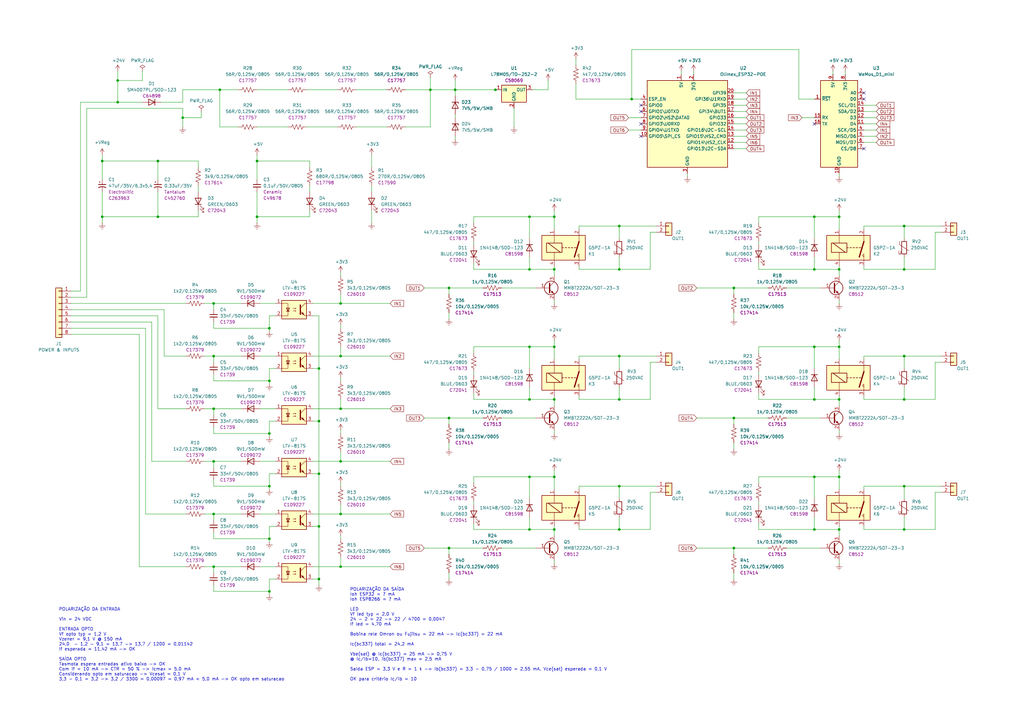
<source format=kicad_sch>
(kicad_sch (version 20211123) (generator eeschema)
  (paper "A3")
  (title_block (title "ESP 6 Relay Module") (date "2022-03-06") (rev "2"))
  (junction (at 130.81 237.49))
  (junction (at 370.84 199.39))
  (junction (at 130.81 194.31))
  (junction (at 300.99 224.79))
  (junction (at 217.17 163.83))
  (junction (at 217.17 110.49))
  (junction (at 254 163.83))
  (junction (at 139.7 146.05))
  (junction (at 227.33 195.58))
  (junction (at 90.17 36.83))
  (junction (at 334.01 88.9))
  (junction (at 184.15 118.11))
  (junction (at 130.81 151.13))
  (junction (at 139.7 167.64))
  (junction (at 217.17 195.58))
  (junction (at 344.17 142.24))
  (junction (at 227.33 163.83))
  (junction (at 105.41 66.04))
  (junction (at 344.17 88.9))
  (junction (at 186.69 36.83))
  (junction (at 139.7 189.23))
  (junction (at 64.77 66.04))
  (junction (at 334.01 110.49))
  (junction (at 254 217.17))
  (junction (at 48.26 41.91))
  (junction (at 300.99 118.11))
  (junction (at 370.84 217.17))
  (junction (at 176.53 36.83))
  (junction (at 64.77 88.9))
  (junction (at 254 92.71))
  (junction (at 344.17 163.83))
  (junction (at 110.49 156.21))
  (junction (at 110.49 220.98))
  (junction (at 334.01 142.24))
  (junction (at 139.7 124.46))
  (junction (at 227.33 217.17))
  (junction (at 87.63 167.64))
  (junction (at 254 146.05))
  (junction (at 370.84 110.49))
  (junction (at 139.7 232.41))
  (junction (at 184.15 224.79))
  (junction (at 110.49 242.57))
  (junction (at 334.01 217.17))
  (junction (at 41.91 88.9))
  (junction (at 130.81 172.72))
  (junction (at 217.17 88.9))
  (junction (at 203.2 36.83))
  (junction (at 254 110.49))
  (junction (at 370.84 146.05))
  (junction (at 110.49 134.62))
  (junction (at 370.84 92.71))
  (junction (at 217.17 217.17))
  (junction (at 184.15 171.45))
  (junction (at 254 199.39))
  (junction (at 87.63 124.46))
  (junction (at 334.01 195.58))
  (junction (at 344.17 195.58))
  (junction (at 344.17 110.49))
  (junction (at 334.01 163.83))
  (junction (at 41.91 66.04))
  (junction (at 87.63 210.82))
  (junction (at 139.7 210.82))
  (junction (at 87.63 232.41))
  (junction (at 259.08 40.64))
  (junction (at 110.49 177.8))
  (junction (at 48.26 33.02))
  (junction (at 217.17 142.24))
  (junction (at 227.33 110.49))
  (junction (at 300.99 171.45))
  (junction (at 87.63 146.05))
  (junction (at 105.41 88.9))
  (junction (at 130.81 215.9))
  (junction (at 344.17 217.17))
  (junction (at 110.49 199.39))
  (junction (at 227.33 142.24))
  (junction (at 74.93 48.26))
  (junction (at 370.84 163.83))
  (junction (at 87.63 189.23))
  (junction (at 227.33 88.9))
  (no_connect (at 262.89 50.8))
  (no_connect (at 354.33 40.64))
  (no_connect (at 354.33 38.1))
  (no_connect (at 262.89 43.18))
  (no_connect (at 334.01 50.8))
  (no_connect (at 262.89 55.88))
  (no_connect (at 262.89 45.72))
  (no_connect (at 354.33 60.96))
  (wire (pts (xy 300.99 118.11) (xy 300.99 120.65)))
  (wire (pts (xy 41.91 91.44) (xy 41.91 88.9)))
  (wire (pts (xy 237.49 92.71) (xy 254 92.71)))
  (wire (pts (xy 383.54 148.59) (xy 383.54 163.83)))
  (wire (pts (xy 186.69 33.02) (xy 186.69 36.83)))
  (wire (pts (xy 359.41 58.42) (xy 354.33 58.42)))
  (wire (pts (xy 354.33 55.88) (xy 359.41 55.88)))
  (wire (pts (xy 354.33 110.49) (xy 354.33 109.22)))
  (wire (pts (xy 83.82 124.46) (xy 87.63 124.46)))
  (wire (pts (xy 354.33 217.17) (xy 354.33 215.9)))
  (wire (pts (xy 306.07 53.34) (xy 300.99 53.34)))
  (wire (pts (xy 259.08 40.64) (xy 262.89 40.64)))
  (wire (pts (xy 87.63 170.18) (xy 87.63 167.64)))
  (wire (pts (xy 279.4 30.48) (xy 279.4 29.21)))
  (wire (pts (xy 139.7 176.53) (xy 139.7 177.8)))
  (wire (pts (xy 311.15 152.4) (xy 311.15 153.67)))
  (wire (pts (xy 184.15 171.45) (xy 184.15 173.99)))
  (wire (pts (xy 300.99 171.45) (xy 314.96 171.45)))
  (wire (pts (xy 105.41 91.44) (xy 105.41 88.9)))
  (wire (pts (xy 370.84 158.75) (xy 370.84 163.83)))
  (wire (pts (xy 227.33 162.56) (xy 227.33 163.83)))
  (wire (pts (xy 334.01 40.64) (xy 327.66 40.64)))
  (wire (pts (xy 254 105.41) (xy 254 110.49)))
  (wire (pts (xy 254 110.49) (xy 237.49 110.49)))
  (wire (pts (xy 306.07 45.72) (xy 300.99 45.72)))
  (wire (pts (xy 62.23 189.23) (xy 76.2 189.23)))
  (wire (pts (xy 344.17 176.53) (xy 344.17 177.8)))
  (wire (pts (xy 139.7 210.82) (xy 160.02 210.82)))
  (wire (pts (xy 370.84 204.47) (xy 370.84 199.39)))
  (wire (pts (xy 311.15 88.9) (xy 334.01 88.9)))
  (wire (pts (xy 64.77 129.54) (xy 64.77 167.64)))
  (wire (pts (xy 87.63 177.8) (xy 110.49 177.8)))
  (wire (pts (xy 113.03 172.72) (xy 110.49 172.72)))
  (wire (pts (xy 237.49 110.49) (xy 237.49 109.22)))
  (wire (pts (xy 110.49 177.8) (xy 110.49 179.07)))
  (wire (pts (xy 300.99 171.45) (xy 300.99 173.99)))
  (wire (pts (xy 227.33 176.53) (xy 227.33 177.8)))
  (wire (pts (xy 105.41 78.74) (xy 105.41 88.9)))
  (wire (pts (xy 113.03 194.31) (xy 110.49 194.31)))
  (wire (pts (xy 354.33 199.39) (xy 354.33 200.66)))
  (wire (pts (xy 194.31 142.24) (xy 194.31 144.78)))
  (wire (pts (xy 217.17 195.58) (xy 227.33 195.58)))
  (wire (pts (xy 254 199.39) (xy 269.24 199.39)))
  (wire (pts (xy 354.33 92.71) (xy 370.84 92.71)))
  (wire (pts (xy 62.23 132.08) (xy 62.23 189.23)))
  (wire (pts (xy 29.21 127) (xy 67.31 127)))
  (wire (pts (xy 344.17 193.04) (xy 344.17 195.58)))
  (wire (pts (xy 110.49 156.21) (xy 110.49 157.48)))
  (wire (pts (xy 370.84 163.83) (xy 354.33 163.83)))
  (wire (pts (xy 128.27 232.41) (xy 139.7 232.41)))
  (wire (pts (xy 139.7 219.71) (xy 139.7 220.98)))
  (wire (pts (xy 152.4 78.74) (xy 152.4 76.2)))
  (wire (pts (xy 386.08 95.25) (xy 383.54 95.25)))
  (wire (pts (xy 218.44 36.83) (xy 224.79 36.83)))
  (wire (pts (xy 64.77 66.04) (xy 41.91 66.04)))
  (wire (pts (xy 194.31 88.9) (xy 217.17 88.9)))
  (wire (pts (xy 359.41 53.34) (xy 354.33 53.34)))
  (wire (pts (xy 311.15 217.17) (xy 334.01 217.17)))
  (wire (pts (xy 127 86.36) (xy 127 88.9)))
  (wire (pts (xy 139.7 124.46) (xy 160.02 124.46)))
  (wire (pts (xy 139.7 154.94) (xy 139.7 156.21)))
  (wire (pts (xy 64.77 88.9) (xy 41.91 88.9)))
  (wire (pts (xy 227.33 229.87) (xy 227.33 231.14)))
  (wire (pts (xy 354.33 45.72) (xy 359.41 45.72)))
  (wire (pts (xy 128.27 151.13) (xy 130.81 151.13)))
  (wire (pts (xy 176.53 31.75) (xy 176.53 36.83)))
  (wire (pts (xy 194.31 107.95) (xy 194.31 110.49)))
  (wire (pts (xy 311.15 99.06) (xy 311.15 100.33)))
  (wire (pts (xy 106.68 232.41) (xy 113.03 232.41)))
  (wire (pts (xy 128.27 189.23) (xy 139.7 189.23)))
  (wire (pts (xy 370.84 199.39) (xy 386.08 199.39)))
  (wire (pts (xy 127 78.74) (xy 127 76.2)))
  (wire (pts (xy 227.33 193.04) (xy 227.33 195.58)))
  (wire (pts (xy 236.22 40.64) (xy 259.08 40.64)))
  (wire (pts (xy 334.01 105.41) (xy 334.01 110.49)))
  (wire (pts (xy 254 97.79) (xy 254 92.71)))
  (wire (pts (xy 87.63 146.05) (xy 99.06 146.05)))
  (wire (pts (xy 105.41 73.66) (xy 105.41 66.04)))
  (wire (pts (xy 139.7 163.83) (xy 139.7 167.64)))
  (wire (pts (xy 266.7 95.25) (xy 266.7 110.49)))
  (wire (pts (xy 227.33 195.58) (xy 227.33 200.66)))
  (wire (pts (xy 254 204.47) (xy 254 199.39)))
  (wire (pts (xy 110.49 220.98) (xy 110.49 222.25)))
  (wire (pts (xy 334.01 97.79) (xy 334.01 88.9)))
  (wire (pts (xy 64.77 78.74) (xy 64.77 88.9)))
  (wire (pts (xy 205.74 118.11) (xy 219.71 118.11)))
  (wire (pts (xy 344.17 229.87) (xy 344.17 231.14)))
  (wire (pts (xy 354.33 50.8) (xy 359.41 50.8)))
  (wire (pts (xy 269.24 95.25) (xy 266.7 95.25)))
  (wire (pts (xy 217.17 151.13) (xy 217.17 142.24)))
  (wire (pts (xy 83.82 146.05) (xy 87.63 146.05)))
  (wire (pts (xy 87.63 199.39) (xy 110.49 199.39)))
  (wire (pts (xy 346.71 29.21) (xy 346.71 30.48)))
  (wire (pts (xy 194.31 205.74) (xy 194.31 207.01)))
  (wire (pts (xy 87.63 156.21) (xy 110.49 156.21)))
  (wire (pts (xy 35.56 121.92) (xy 35.56 44.45)))
  (wire (pts (xy 186.69 36.83) (xy 203.2 36.83)))
  (wire (pts (xy 354.33 163.83) (xy 354.33 162.56)))
  (wire (pts (xy 139.7 198.12) (xy 139.7 199.39)))
  (wire (pts (xy 173.99 171.45) (xy 184.15 171.45)))
  (wire (pts (xy 370.84 146.05) (xy 386.08 146.05)))
  (wire (pts (xy 344.17 88.9) (xy 344.17 93.98)))
  (wire (pts (xy 110.49 151.13) (xy 110.49 156.21)))
  (wire (pts (xy 344.17 215.9) (xy 344.17 217.17)))
  (wire (pts (xy 344.17 86.36) (xy 344.17 88.9)))
  (wire (pts (xy 224.79 33.02) (xy 224.79 36.83)))
  (wire (pts (xy 217.17 158.75) (xy 217.17 163.83)))
  (wire (pts (xy 74.93 41.91) (xy 74.93 36.83)))
  (wire (pts (xy 105.41 52.07) (xy 118.11 52.07)))
  (wire (pts (xy 194.31 99.06) (xy 194.31 100.33)))
  (wire (pts (xy 110.49 237.49) (xy 110.49 242.57)))
  (wire (pts (xy 300.99 224.79) (xy 300.99 227.33)))
  (wire (pts (xy 87.63 132.08) (xy 87.63 134.62)))
  (wire (pts (xy 87.63 175.26) (xy 87.63 177.8)))
  (wire (pts (xy 87.63 218.44) (xy 87.63 220.98)))
  (wire (pts (xy 383.54 201.93) (xy 383.54 217.17)))
  (wire (pts (xy 334.01 204.47) (xy 334.01 195.58)))
  (wire (pts (xy 262.89 53.34) (xy 257.81 53.34)))
  (wire (pts (xy 139.7 142.24) (xy 139.7 146.05)))
  (wire (pts (xy 344.17 195.58) (xy 344.17 200.66)))
  (wire (pts (xy 130.81 129.54) (xy 130.81 151.13)))
  (wire (pts (xy 128.27 237.49) (xy 130.81 237.49)))
  (wire (pts (xy 33.02 119.38) (xy 33.02 41.91)))
  (wire (pts (xy 87.63 240.03) (xy 87.63 242.57)))
  (wire (pts (xy 236.22 24.13) (xy 236.22 26.67)))
  (wire (pts (xy 82.55 45.72) (xy 82.55 48.26)))
  (wire (pts (xy 64.77 167.64) (xy 76.2 167.64)))
  (wire (pts (xy 58.42 33.02) (xy 48.26 33.02)))
  (wire (pts (xy 184.15 118.11) (xy 184.15 120.65)))
  (wire (pts (xy 311.15 88.9) (xy 311.15 91.44)))
  (wire (pts (xy 311.15 107.95) (xy 311.15 110.49)))
  (wire (pts (xy 139.7 167.64) (xy 160.02 167.64)))
  (wire (pts (xy 322.58 171.45) (xy 336.55 171.45)))
  (wire (pts (xy 74.93 48.26) (xy 74.93 52.07)))
  (wire (pts (xy 66.04 41.91) (xy 74.93 41.91)))
  (wire (pts (xy 67.31 146.05) (xy 76.2 146.05)))
  (wire (pts (xy 105.41 63.5) (xy 105.41 66.04)))
  (wire (pts (xy 184.15 118.11) (xy 198.12 118.11)))
  (wire (pts (xy 285.75 224.79) (xy 300.99 224.79)))
  (wire (pts (xy 139.7 228.6) (xy 139.7 232.41)))
  (wire (pts (xy 194.31 214.63) (xy 194.31 217.17)))
  (wire (pts (xy 257.81 48.26) (xy 262.89 48.26)))
  (wire (pts (xy 186.69 36.83) (xy 186.69 39.37)))
  (wire (pts (xy 354.33 92.71) (xy 354.33 93.98)))
  (wire (pts (xy 334.01 88.9) (xy 344.17 88.9)))
  (wire (pts (xy 110.49 172.72) (xy 110.49 177.8)))
  (wire (pts (xy 127 66.04) (xy 105.41 66.04)))
  (wire (pts (xy 383.54 217.17) (xy 370.84 217.17)))
  (wire (pts (xy 306.07 43.18) (xy 300.99 43.18)))
  (wire (pts (xy 334.01 212.09) (xy 334.01 217.17)))
  (wire (pts (xy 139.7 189.23) (xy 160.02 189.23)))
  (wire (pts (xy 130.81 215.9) (xy 130.81 237.49)))
  (wire (pts (xy 344.17 123.19) (xy 344.17 124.46)))
  (wire (pts (xy 344.17 110.49) (xy 344.17 113.03)))
  (wire (pts (xy 59.69 210.82) (xy 76.2 210.82)))
  (wire (pts (xy 110.49 242.57) (xy 110.49 243.84)))
  (wire (pts (xy 311.15 214.63) (xy 311.15 217.17)))
  (wire (pts (xy 194.31 88.9) (xy 194.31 91.44)))
  (wire (pts (xy 300.99 118.11) (xy 314.96 118.11)))
  (wire (pts (xy 97.79 52.07) (xy 90.17 52.07)))
  (wire (pts (xy 334.01 151.13) (xy 334.01 142.24)))
  (wire (pts (xy 173.99 224.79) (xy 184.15 224.79)))
  (wire (pts (xy 110.49 215.9) (xy 110.49 220.98)))
  (wire (pts (xy 87.63 153.67) (xy 87.63 156.21)))
  (wire (pts (xy 139.7 207.01) (xy 139.7 210.82)))
  (wire (pts (xy 184.15 128.27) (xy 184.15 130.81)))
  (wire (pts (xy 87.63 191.77) (xy 87.63 189.23)))
  (wire (pts (xy 306.07 50.8) (xy 300.99 50.8)))
  (wire (pts (xy 237.49 199.39) (xy 254 199.39)))
  (wire (pts (xy 106.68 124.46) (xy 113.03 124.46)))
  (wire (pts (xy 370.84 212.09) (xy 370.84 217.17)))
  (wire (pts (xy 370.84 105.41) (xy 370.84 110.49)))
  (wire (pts (xy 87.63 124.46) (xy 99.06 124.46)))
  (wire (pts (xy 344.17 163.83) (xy 344.17 166.37)))
  (wire (pts (xy 146.05 36.83) (xy 158.75 36.83)))
  (wire (pts (xy 83.82 210.82) (xy 87.63 210.82)))
  (wire (pts (xy 81.28 66.04) (xy 64.77 66.04)))
  (wire (pts (xy 217.17 105.41) (xy 217.17 110.49)))
  (wire (pts (xy 130.81 237.49) (xy 130.81 240.03)))
  (wire (pts (xy 176.53 52.07) (xy 176.53 36.83)))
  (wire (pts (xy 254 158.75) (xy 254 163.83)))
  (wire (pts (xy 152.4 63.5) (xy 152.4 68.58)))
  (wire (pts (xy 194.31 163.83) (xy 217.17 163.83)))
  (wire (pts (xy 354.33 48.26) (xy 359.41 48.26)))
  (wire (pts (xy 128.27 146.05) (xy 139.7 146.05)))
  (wire (pts (xy 311.15 205.74) (xy 311.15 207.01)))
  (wire (pts (xy 370.84 217.17) (xy 354.33 217.17)))
  (wire (pts (xy 194.31 195.58) (xy 217.17 195.58)))
  (wire (pts (xy 383.54 110.49) (xy 370.84 110.49)))
  (wire (pts (xy 105.41 36.83) (xy 118.11 36.83)))
  (wire (pts (xy 370.84 110.49) (xy 354.33 110.49)))
  (wire (pts (xy 237.49 146.05) (xy 254 146.05)))
  (wire (pts (xy 237.49 217.17) (xy 237.49 215.9)))
  (wire (pts (xy 227.33 142.24) (xy 227.33 147.32)))
  (wire (pts (xy 166.37 52.07) (xy 176.53 52.07)))
  (wire (pts (xy 327.66 40.64) (xy 327.66 20.32)))
  (wire (pts (xy 128.27 215.9) (xy 130.81 215.9)))
  (wire (pts (xy 186.69 55.88) (xy 186.69 57.15)))
  (wire (pts (xy 139.7 133.35) (xy 139.7 134.62)))
  (wire (pts (xy 300.99 181.61) (xy 300.99 184.15)))
  (wire (pts (xy 125.73 52.07) (xy 138.43 52.07)))
  (wire (pts (xy 306.07 58.42) (xy 300.99 58.42)))
  (wire (pts (xy 311.15 142.24) (xy 334.01 142.24)))
  (wire (pts (xy 113.03 215.9) (xy 110.49 215.9)))
  (wire (pts (xy 227.33 110.49) (xy 227.33 113.03)))
  (wire (pts (xy 176.53 36.83) (xy 186.69 36.83)))
  (wire (pts (xy 237.49 163.83) (xy 237.49 162.56)))
  (wire (pts (xy 184.15 181.61) (xy 184.15 184.15)))
  (wire (pts (xy 300.99 224.79) (xy 314.96 224.79)))
  (wire (pts (xy 87.63 167.64) (xy 99.06 167.64)))
  (wire (pts (xy 227.33 163.83) (xy 227.33 166.37)))
  (wire (pts (xy 205.74 171.45) (xy 219.71 171.45)))
  (wire (pts (xy 322.58 224.79) (xy 336.55 224.79)))
  (wire (pts (xy 41.91 63.5) (xy 41.91 66.04)))
  (wire (pts (xy 41.91 88.9) (xy 41.91 78.74)))
  (wire (pts (xy 87.63 210.82) (xy 99.06 210.82)))
  (wire (pts (xy 311.15 110.49) (xy 334.01 110.49)))
  (wire (pts (xy 311.15 161.29) (xy 311.15 163.83)))
  (wire (pts (xy 83.82 189.23) (xy 87.63 189.23)))
  (wire (pts (xy 29.21 137.16) (xy 57.15 137.16)))
  (wire (pts (xy 57.15 232.41) (xy 76.2 232.41)))
  (wire (pts (xy 184.15 234.95) (xy 184.15 237.49)))
  (wire (pts (xy 166.37 36.83) (xy 176.53 36.83)))
  (wire (pts (xy 81.28 86.36) (xy 81.28 88.9)))
  (wire (pts (xy 354.33 146.05) (xy 370.84 146.05)))
  (wire (pts (xy 266.7 148.59) (xy 266.7 163.83)))
  (wire (pts (xy 328.93 48.26) (xy 334.01 48.26)))
  (wire (pts (xy 29.21 132.08) (xy 62.23 132.08)))
  (wire (pts (xy 29.21 134.62) (xy 59.69 134.62)))
  (wire (pts (xy 83.82 167.64) (xy 87.63 167.64)))
  (wire (pts (xy 152.4 86.36) (xy 152.4 91.44)))
  (wire (pts (xy 128.27 172.72) (xy 130.81 172.72)))
  (wire (pts (xy 237.49 199.39) (xy 237.49 200.66)))
  (wire (pts (xy 139.7 185.42) (xy 139.7 189.23)))
  (wire (pts (xy 344.17 162.56) (xy 344.17 163.83)))
  (wire (pts (xy 284.48 30.48) (xy 284.48 29.21)))
  (wire (pts (xy 370.84 92.71) (xy 386.08 92.71)))
  (wire (pts (xy 311.15 195.58) (xy 311.15 198.12)))
  (wire (pts (xy 227.33 123.19) (xy 227.33 124.46)))
  (wire (pts (xy 300.99 128.27) (xy 300.99 130.81)))
  (wire (pts (xy 74.93 44.45) (xy 74.93 48.26)))
  (wire (pts (xy 383.54 95.25) (xy 383.54 110.49)))
  (wire (pts (xy 87.63 220.98) (xy 110.49 220.98)))
  (wire (pts (xy 370.84 97.79) (xy 370.84 92.71)))
  (wire (pts (xy 81.28 78.74) (xy 81.28 76.2)))
  (wire (pts (xy 35.56 44.45) (xy 74.93 44.45)))
  (wire (pts (xy 254 163.83) (xy 237.49 163.83)))
  (wire (pts (xy 254 146.05) (xy 269.24 146.05)))
  (wire (pts (xy 306.07 40.64) (xy 300.99 40.64)))
  (wire (pts (xy 90.17 36.83) (xy 97.79 36.83)))
  (wire (pts (xy 217.17 142.24) (xy 227.33 142.24)))
  (wire (pts (xy 344.17 217.17) (xy 344.17 219.71)))
  (wire (pts (xy 29.21 129.54) (xy 64.77 129.54)))
  (wire (pts (xy 217.17 110.49) (xy 227.33 110.49)))
  (wire (pts (xy 217.17 217.17) (xy 227.33 217.17)))
  (wire (pts (xy 130.81 172.72) (xy 130.81 194.31)))
  (wire (pts (xy 311.15 142.24) (xy 311.15 144.78)))
  (wire (pts (xy 87.63 213.36) (xy 87.63 210.82)))
  (wire (pts (xy 334.01 142.24) (xy 344.17 142.24)))
  (wire (pts (xy 300.99 234.95) (xy 300.99 237.49)))
  (wire (pts (xy 227.33 109.22) (xy 227.33 110.49)))
  (wire (pts (xy 194.31 110.49) (xy 217.17 110.49)))
  (wire (pts (xy 311.15 195.58) (xy 334.01 195.58)))
  (wire (pts (xy 110.49 199.39) (xy 110.49 200.66)))
  (wire (pts (xy 127 88.9) (xy 105.41 88.9)))
  (wire (pts (xy 48.26 29.21) (xy 48.26 33.02)))
  (wire (pts (xy 194.31 152.4) (xy 194.31 153.67)))
  (wire (pts (xy 217.17 97.79) (xy 217.17 88.9)))
  (wire (pts (xy 184.15 224.79) (xy 198.12 224.79)))
  (wire (pts (xy 285.75 171.45) (xy 300.99 171.45)))
  (wire (pts (xy 370.84 151.13) (xy 370.84 146.05)))
  (wire (pts (xy 266.7 201.93) (xy 266.7 217.17)))
  (wire (pts (xy 354.33 146.05) (xy 354.33 147.32)))
  (wire (pts (xy 82.55 48.26) (xy 74.93 48.26)))
  (wire (pts (xy 128.27 124.46) (xy 139.7 124.46)))
  (wire (pts (xy 194.31 161.29) (xy 194.31 163.83)))
  (wire (pts (xy 139.7 146.05) (xy 160.02 146.05)))
  (wire (pts (xy 146.05 52.07) (xy 158.75 52.07)))
  (wire (pts (xy 217.17 204.47) (xy 217.17 195.58)))
  (wire (pts (xy 236.22 34.29) (xy 236.22 40.64)))
  (wire (pts (xy 254 92.71) (xy 269.24 92.71)))
  (wire (pts (xy 139.7 120.65) (xy 139.7 124.46)))
  (wire (pts (xy 227.33 86.36) (xy 227.33 88.9)))
  (wire (pts (xy 113.03 237.49) (xy 110.49 237.49)))
  (wire (pts (xy 359.41 43.18) (xy 354.33 43.18)))
  (wire (pts (xy 386.08 201.93) (xy 383.54 201.93)))
  (wire (pts (xy 128.27 129.54) (xy 130.81 129.54)))
  (wire (pts (xy 254 151.13) (xy 254 146.05)))
  (wire (pts (xy 184.15 224.79) (xy 184.15 227.33)))
  (wire (pts (xy 87.63 234.95) (xy 87.63 232.41)))
  (wire (pts (xy 259.08 20.32) (xy 259.08 40.64)))
  (wire (pts (xy 41.91 66.04) (xy 41.91 73.66)))
  (wire (pts (xy 227.33 139.7) (xy 227.33 142.24)))
  (wire (pts (xy 184.15 171.45) (xy 198.12 171.45)))
  (wire (pts (xy 130.81 194.31) (xy 130.81 215.9)))
  (wire (pts (xy 237.49 92.71) (xy 237.49 93.98)))
  (wire (pts (xy 173.99 118.11) (xy 184.15 118.11)))
  (wire (pts (xy 106.68 189.23) (xy 113.03 189.23)))
  (wire (pts (xy 110.49 194.31) (xy 110.49 199.39)))
  (wire (pts (xy 106.68 167.64) (xy 113.03 167.64)))
  (wire (pts (xy 125.73 36.83) (xy 138.43 36.83)))
  (wire (pts (xy 334.01 217.17) (xy 344.17 217.17)))
  (wire (pts (xy 194.31 217.17) (xy 217.17 217.17)))
  (wire (pts (xy 334.01 195.58) (xy 344.17 195.58)))
  (wire (pts (xy 281.94 72.39) (xy 281.94 71.12)))
  (wire (pts (xy 58.42 29.21) (xy 58.42 33.02)))
  (wire (pts (xy 83.82 232.41) (xy 87.63 232.41)))
  (wire (pts (xy 205.74 36.83) (xy 203.2 36.83)))
  (wire (pts (xy 254 217.17) (xy 237.49 217.17)))
  (wire (pts (xy 237.49 146.05) (xy 237.49 147.32)))
  (wire (pts (xy 306.07 48.26) (xy 300.99 48.26)))
  (wire (pts (xy 87.63 232.41) (xy 99.06 232.41)))
  (wire (pts (xy 128.27 167.64) (xy 139.7 167.64)))
  (wire (pts (xy 29.21 124.46) (xy 76.2 124.46)))
  (wire (pts (xy 334.01 163.83) (xy 344.17 163.83)))
  (wire (pts (xy 81.28 88.9) (xy 64.77 88.9)))
  (wire (pts (xy 194.31 142.24) (xy 217.17 142.24)))
  (wire (pts (xy 311.15 163.83) (xy 334.01 163.83)))
  (wire (pts (xy 266.7 217.17) (xy 254 217.17)))
  (wire (pts (xy 113.03 151.13) (xy 110.49 151.13)))
  (wire (pts (xy 48.26 33.02) (xy 48.26 41.91)))
  (wire (pts (xy 327.66 20.32) (xy 259.08 20.32)))
  (wire (pts (xy 87.63 148.59) (xy 87.63 146.05)))
  (wire (pts (xy 48.26 41.91) (xy 58.42 41.91)))
  (wire (pts (xy 87.63 189.23) (xy 99.06 189.23)))
  (wire (pts (xy 87.63 242.57) (xy 110.49 242.57)))
  (wire (pts (xy 344.17 142.24) (xy 344.17 147.32)))
  (wire (pts (xy 227.33 217.17) (xy 227.33 219.71)))
  (wire (pts (xy 269.24 201.93) (xy 266.7 201.93)))
  (wire (pts (xy 128.27 194.31) (xy 130.81 194.31)))
  (wire (pts (xy 254 212.09) (xy 254 217.17)))
  (wire (pts (xy 217.17 88.9) (xy 227.33 88.9)))
  (wire (pts (xy 285.75 118.11) (xy 300.99 118.11)))
  (wire (pts (xy 87.63 127) (xy 87.63 124.46)))
  (wire (pts (xy 87.63 196.85) (xy 87.63 199.39)))
  (wire (pts (xy 128.27 210.82) (xy 139.7 210.82)))
  (wire (pts (xy 334.01 158.75) (xy 334.01 163.83)))
  (wire (pts (xy 300.99 38.1) (xy 306.07 38.1)))
  (wire (pts (xy 266.7 110.49) (xy 254 110.49)))
  (wire (pts (xy 29.21 119.38) (xy 33.02 119.38)))
  (wire (pts (xy 130.81 151.13) (xy 130.81 172.72)))
  (wire (pts (xy 113.03 129.54) (xy 110.49 129.54)))
  (wire (pts (xy 341.63 29.21) (xy 341.63 30.48)))
  (wire (pts (xy 33.02 41.91) (xy 48.26 41.91)))
  (wire (pts (xy 29.21 121.92) (xy 35.56 121.92)))
  (wire (pts (xy 110.49 129.54) (xy 110.49 134.62)))
  (wire (pts (xy 74.93 36.83) (xy 90.17 36.83)))
  (wire (pts (xy 227.33 88.9) (xy 227.33 93.98)))
  (wire (pts (xy 90.17 52.07) (xy 90.17 36.83)))
  (wire (pts (xy 344.17 109.22) (xy 344.17 110.49)))
  (wire (pts (xy 354.33 199.39) (xy 370.84 199.39)))
  (wire (pts (xy 386.08 148.59) (xy 383.54 148.59)))
  (wire (pts (xy 186.69 46.99) (xy 186.69 48.26)))
  (wire (pts (xy 217.17 212.09) (xy 217.17 217.17)))
  (wire (pts (xy 57.15 137.16) (xy 57.15 232.41)))
  (wire (pts (xy 266.7 163.83) (xy 254 163.83)))
  (wire (pts (xy 344.17 139.7) (xy 344.17 142.24)))
  (wire (pts (xy 210.82 44.45) (xy 210.82 52.07)))
  (wire (pts (xy 106.68 210.82) (xy 113.03 210.82)))
  (wire (pts (xy 64.77 73.66) (xy 64.77 66.04)))
  (wire (pts (xy 217.17 163.83) (xy 227.33 163.83)))
  (wire (pts (xy 306.07 60.96) (xy 300.99 60.96)))
  (wire (pts (xy 67.31 127) (xy 67.31 146.05)))
  (wire (pts (xy 322.58 118.11) (xy 336.55 118.11)))
  (wire (pts (xy 269.24 148.59) (xy 266.7 148.59)))
  (wire (pts (xy 81.28 68.58) (xy 81.28 66.04)))
  (wire (pts (xy 59.69 134.62) (xy 59.69 210.82)))
  (wire (pts (xy 106.68 146.05) (xy 113.03 146.05)))
  (wire (pts (xy 87.63 134.62) (xy 110.49 134.62)))
  (wire (pts (xy 110.49 134.62) (xy 110.49 135.89)))
  (wire (pts (xy 227.33 215.9) (xy 227.33 217.17)))
  (wire (pts (xy 334.01 110.49) (xy 344.17 110.49)))
  (wire (pts (xy 344.17 71.12) (xy 344.17 72.39)))
  (wire (pts (xy 127 68.58) (xy 127 66.04)))
  (wire (pts (xy 194.31 195.58) (xy 194.31 198.12)))
  (wire (pts (xy 306.07 55.88) (xy 300.99 55.88)))
  (wire (pts (xy 139.7 232.41) (xy 160.02 232.41)))
  (wire (pts (xy 383.54 163.83) (xy 370.84 163.83)))
  (wire (pts (xy 205.74 224.79) (xy 219.71 224.79)))
  (wire (pts (xy 139.7 111.76) (xy 139.7 113.03)))
  (text "POLARIZAÇÃO DA ENTRADA\n\nVin = 24 VDC\n\nENTRADA OPTO\nVf opto typ = 1,2 V\nVzener = 9,1 V @ 150 mA\n24,0  - 1,2 - 9,1 = 13,7 -> 13,7 / 1200 = 0,01142\nIf esperada = 11,42 mA -> OK\n\nSAÍDA OPTO\nTasmota espera entradas ativo baixo -> OK\nCom If = 10 mA -> CTR = 50 % -> Icmax = 5,0 mA\nConsiderando opto em saturacao -> Vcesat = 0,1 V\n3,3 - 0,1 = 3,2 -> 3,2 / 3300 = 0,00097 = 0,97 mA < 5,0 mA -> OK opto em saturacao\n" (at 24.13 279.4 0) (effects (font (size 1.27 1.27)) (justify left bottom)))
  (text "POLARIZAÇÃO DA SAÍDA\nIoh ESP32 = ? mA\nIoh ESP8266 = ? mA \n\nLED\nVf led typ = 2,0 V\n24 - 2 = 22 -> 22 / 4700 = 0,0047\nIf led = 4,70 mA\n\nBobina rele Omron ou Fujitsu = 22 mA -> Ic(bc337) = 22 mA\n\nIc(bc337) total = 24,2 mA\n\nVbe(sat) @ Ic(bc337) = 25 mA -> 0,75 V\n@ Ic/Ib=10, Ib(bc337) max = 2,5 mA\n\nSaida ESP = 3,3 V e R = 1 k -> Ib(bc337) = 3,3 - 0,75 / 1000 = 2,55 mA, Vce(sat) esperada = 0,1 V\n\nOK para critério Ic/Ib = 10" (at 143.51 279.4 0) (effects (font (size 1.27 1.27)) (justify left bottom)))
  (global_label "OUT2" (shape input) (at 306.07 50.8 0) (property "Intersheet References" "${INTERSHEET_REFS}" (effects hide)))
  (global_label "IN6" (shape input) (at 306.07 58.42 0) (property "Intersheet References" "${INTERSHEET_REFS}" (effects hide)))
  (global_label "IN2" (shape input) (at 160.02 146.05 0) (property "Intersheet References" "${INTERSHEET_REFS}" (effects hide)))
  (global_label "OUT4" (shape input) (at 285.75 171.45 180) (property "Intersheet References" "${INTERSHEET_REFS}" (effects hide)))
  (global_label "OUT3" (shape input) (at 306.07 53.34 0) (property "Intersheet References" "${INTERSHEET_REFS}" (effects hide)))
  (global_label "OUT2" (shape input) (at 285.75 118.11 180) (property "Intersheet References" "${INTERSHEET_REFS}" (effects hide)))
  (global_label "IN3" (shape input) (at 328.93 48.26 180) (property "Intersheet References" "${INTERSHEET_REFS}" (effects hide)))
  (global_label "OUT3" (shape input) (at 173.99 171.45 180) (property "Intersheet References" "${INTERSHEET_REFS}" (effects hide)))
  (global_label "IN6" (shape input) (at 160.02 232.41 0) (property "Intersheet References" "${INTERSHEET_REFS}" (effects hide)))
  (global_label "OUT5" (shape input) (at 173.99 224.79 180) (property "Intersheet References" "${INTERSHEET_REFS}" (effects hide)))
  (global_label "OUT4" (shape input) (at 306.07 60.96 0) (property "Intersheet References" "${INTERSHEET_REFS}" (effects hide)))
  (global_label "IN1" (shape input) (at 306.07 38.1 0) (property "Intersheet References" "${INTERSHEET_REFS}" (effects hide)))
  (global_label "IN3" (shape input) (at 306.07 43.18 0) (property "Intersheet References" "${INTERSHEET_REFS}" (effects hide)))
  (global_label "IN5" (shape input) (at 160.02 210.82 0) (property "Intersheet References" "${INTERSHEET_REFS}" (effects hide)))
  (global_label "IN1" (shape input) (at 160.02 124.46 0) (property "Intersheet References" "${INTERSHEET_REFS}" (effects hide)))
  (global_label "OUT5" (shape input) (at 257.81 48.26 180) (property "Intersheet References" "${INTERSHEET_REFS}" (effects hide)))
  (global_label "OUT1" (shape input) (at 359.41 43.18 0) (property "Intersheet References" "${INTERSHEET_REFS}" (effects hide)))
  (global_label "IN3" (shape input) (at 160.02 167.64 0) (property "Intersheet References" "${INTERSHEET_REFS}" (effects hide)))
  (global_label "IN1" (shape input) (at 359.41 53.34 0) (property "Intersheet References" "${INTERSHEET_REFS}" (effects hide)))
  (global_label "IN4" (shape input) (at 160.02 189.23 0) (property "Intersheet References" "${INTERSHEET_REFS}" (effects hide)))
  (global_label "IN2" (shape input) (at 306.07 40.64 0) (property "Intersheet References" "${INTERSHEET_REFS}" (effects hide)))
  (global_label "IN4" (shape input) (at 359.41 50.8 0) (property "Intersheet References" "${INTERSHEET_REFS}" (effects hide)))
  (global_label "OUT6" (shape input) (at 285.75 224.79 180) (property "Intersheet References" "${INTERSHEET_REFS}" (effects hide)))
  (global_label "OUT1" (shape input) (at 306.07 48.26 0) (property "Intersheet References" "${INTERSHEET_REFS}" (effects hide)))
  (global_label "IN5" (shape input) (at 306.07 55.88 0) (property "Intersheet References" "${INTERSHEET_REFS}" (effects hide)))
  (global_label "OUT2" (shape input) (at 359.41 45.72 0) (property "Intersheet References" "${INTERSHEET_REFS}" (effects hide)))
  (global_label "OUT4" (shape input) (at 359.41 58.42 0) (property "Intersheet References" "${INTERSHEET_REFS}" (effects hide)))
  (global_label "OUT1" (shape input) (at 173.99 118.11 180) (property "Intersheet References" "${INTERSHEET_REFS}" (effects hide)))
  (global_label "OUT3" (shape input) (at 359.41 48.26 0) (property "Intersheet References" "${INTERSHEET_REFS}" (effects hide)))
  (global_label "OUT6" (shape input) (at 257.81 53.34 180) (property "Intersheet References" "${INTERSHEET_REFS}" (effects hide)))
  (global_label "IN4" (shape input) (at 306.07 45.72 0) (property "Intersheet References" "${INTERSHEET_REFS}" (effects hide)))
  (global_label "IN2" (shape input) (at 359.41 55.88 0) (property "Intersheet References" "${INTERSHEET_REFS}" (effects hide)))
  (symbol (lib_id "Device:R_US") (at 201.93 118.11 270) (unit 1)
    (property "Reference" "R16" (at 201.93 113.03 90))
    (property "Value" "1k/0,125W/0805" (at 201.93 115.57 90))
    (property "Footprint" "Tales:R_0805_2012Metric" (effects hide))
    (property "Case" "0805/2012" (effects hide))
    (property "Mfr" "Uniroyal" (effects hide))
    (property "Mfr PN" "0805W8F1001T5E" (effects hide))
    (property "Vendor" "JLCPCB" (effects hide))
    (property "Vendor PN" "C17513" (effects hide))
    (property "LCSC Part" "C17513" (at 201.93 120.65 90))
    (property "JLCPCB BOM" "1" (effects hide))
  )
  (symbol (lib_id "Device:R_US") (at 80.01 124.46 270) (unit 1)
    (property "Reference" "R4" (at 80.01 116.84 90))
    (property "Value" "1k2/0,125W/0805" (at 80.01 119.38 90))
    (property "Footprint" "Tales:R_0805_2012Metric" (effects hide))
    (property "Case" "0805/2012" (effects hide))
    (property "Mfr" "Uniroyal" (effects hide))
    (property "Vendor" "JLCPCB" (effects hide))
    (property "Mfr PN" "0805W8F1201T5E" (effects hide))
    (property "Vendor PN" "C17379" (effects hide))
    (property "LCSC Part" "C17379" (at 80.01 121.92 90))
    (property "JLCPCB BOM" "1" (effects hide))
  )
  (symbol (lib_id "Device:R_US") (at 81.28 72.39 0) (unit 1)
    (property "Reference" "R2" (at 83.82 69.85 0) (effects (justify left)))
    (property "Value" "3k9/0,125W/0805" (at 83.82 72.39 0) (effects (justify left)))
    (property "Footprint" "Tales:R_0805_2012Metric" (effects hide))
    (property "Case" "0805/2012" (effects hide))
    (property "Mfr" "Uniroyal" (effects hide))
    (property "Mfr PN" "0805W8F3901T5E" (effects hide))
    (property "Vendor" "JLCPCB" (effects hide))
    (property "Vendor PN" "C17614" (effects hide))
    (property "LCSC Part" "C17614" (at 83.82 74.93 0) (effects (justify left)))
    (property "JLCPCB BOM" "1" (effects hide))
  )
  (symbol (lib_id "Device:D") (at 62.23 41.91 180) (unit 1)
    (property "Reference" "D1" (at 62.23 34.29 0))
    (property "Value" "SM4007PL/SOD-123" (at 62.23 36.83 0))
    (property "Footprint" "Tales:D_SOD-123" (effects hide))
    (property "Case" "SOD-123FL" (effects hide))
    (property "Mfr" "MDD" (effects hide))
    (property "Mfr PN" "SM4007PL" (effects hide))
    (property "Vendor" "JLCPCB" (effects hide))
    (property "Vendor PN" "C64898" (effects hide))
    (property "LCSC Part" "C64898" (at 62.23 39.37 0))
    (property "JLCPCB BOM" "1" (effects hide))
  )
  (symbol (lib_id "Regulator_Linear:L7805") (at 210.82 36.83 0) (unit 1)
    (property "Reference" "U1" (at 210.82 27.94 0))
    (property "Value" "L78M05/TO-252-2" (at 210.82 30.48 0))
    (property "Footprint" "Tales:TO-252-2" (effects hide))
    (property "Datasheet" "http://www.st.com/content/ccc/resource/technical/document/datasheet/41/4f/b3/b0/12/d4/47/88/CD00000444.pdf/files/CD00000444.pdf/jcr:content/translations/en.CD00000444.pdf" (effects hide))
    (property "Case" "TO-252-2" (effects hide))
    (property "Mfr" "ST Micro" (effects hide))
    (property "Mfr PN" "L78M05ABDT-TR" (effects hide))
    (property "Vendor" "JLCPCB" (effects hide))
    (property "Vendor PN" "C58069" (effects hide))
    (property "LCSC Part" "C58069" (at 210.82 33.02 0))
    (property "JLCPCB BOM" "1" (effects hide))
  )
  (symbol (lib_id "Tales:Olimex_ESP32-POE") (at 281.94 50.8 0) (unit 1)
    (property "Reference" "U2" (at 304.8 27.94 0))
    (property "Value" "Olimex_ESP32-POE" (at 304.8 30.48 0))
    (property "Footprint" "Tales:Olimex_ESP32-POE_Pads" (effects hide))
    (property "Mfr" "Olimex" (effects hide))
    (property "Mfr PN" "ESP32-POE" (effects hide))
    (property "Vendor" "Digikey" (effects hide))
    (property "Vendor PN" "1188-ESP32-POE-ND" (effects hide))
    (property "JLCPCB BOM" "0" (effects hide))
  )
  (symbol (lib_id "Device:D_Zener") (at 102.87 124.46 0) (unit 1)
    (property "Reference" "D5" (at 102.87 116.84 0))
    (property "Value" "9V1/500mW" (at 102.87 119.38 0))
    (property "Footprint" "Tales:D_MiniMELF" (effects hide))
    (property "Case" "MiniMELF" (effects hide))
    (property "Mfr" "Semtech" (effects hide))
    (property "Mfr PN" "ZMM5239B" (effects hide))
    (property "Vendor" "JLCPCB" (effects hide))
    (property "Vendor PN" "C109072" (effects hide))
    (property "JLCPCB BOM" "1" (effects hide))
    (property "LCSC Part" "C109072" (at 102.87 121.92 0))
  )
  (symbol (lib_id "power:+5V") (at 105.41 63.5 0) (unit 1)
    (property "Reference" "#PWR013" (effects hide))
    (property "Value" "+5V" (at 105.791 59.1058 0))
  )
  (symbol (lib_id "power:+3.3V") (at 152.4 63.5 0) (unit 1)
    (property "Reference" "#PWR08" (effects hide))
    (property "Value" "+3.3V" (at 152.781 59.1058 0))
  )
  (symbol (lib_id "power:GNDREF") (at 105.41 91.44 0) (unit 1)
    (property "Reference" "#PWR019" (effects hide))
    (property "Value" "GNDREF" (effects hide))
  )
  (symbol (lib_id "power:GNDREF") (at 152.4 91.44 0) (unit 1)
    (property "Reference" "#PWR011" (effects hide))
    (property "Value" "GNDREF" (effects hide))
  )
  (symbol (lib_id "power:GNDREF") (at 110.49 135.89 0) (unit 1)
    (property "Reference" "#PWR024" (effects hide))
    (property "Value" "GNDREF" (effects hide))
  )
  (symbol (lib_id "Device:R_US") (at 80.01 146.05 270) (unit 1)
    (property "Reference" "R6" (at 80.01 138.43 90))
    (property "Value" "1k2/0,125W/0805" (at 80.01 140.97 90))
    (property "Footprint" "Tales:R_0805_2012Metric" (effects hide))
    (property "Case" "0805/2012" (effects hide))
    (property "Mfr" "Uniroyal" (effects hide))
    (property "Vendor" "JLCPCB" (effects hide))
    (property "Mfr PN" "0805W8F1201T5E" (effects hide))
    (property "Vendor PN" "C17379" (effects hide))
    (property "LCSC Part" "C17379" (at 80.01 143.51 90))
    (property "JLCPCB BOM" "1" (effects hide))
  )
  (symbol (lib_id "Device:C_Small") (at 87.63 151.13 0) (unit 1)
    (property "Reference" "C5" (at 90.17 148.59 0) (effects (justify left)))
    (property "Value" "33nF/50V/0805" (at 90.17 151.13 0) (effects (justify left)))
    (property "Footprint" "Tales:C_0805_2012Metric" (effects hide))
    (property "Technology" "Ceramic" (effects hide))
    (property "Case" "0805/2012" (effects hide))
    (property "Mfr" "FH" (effects hide))
    (property "Mfr PN" "0805B333K500NT" (effects hide))
    (property "Vendor" "JLCPCB" (effects hide))
    (property "Vendor PN" "C1739" (effects hide))
    (property "LCSC Part" "C1739" (at 90.17 153.67 0) (effects (justify left)))
    (property "JLCPCB BOM" "1" (effects hide))
  )
  (symbol (lib_id "Device:D_Zener") (at 102.87 146.05 0) (unit 1)
    (property "Reference" "D6" (at 102.87 138.43 0))
    (property "Value" "9V1/500mW" (at 102.87 140.97 0))
    (property "Footprint" "Tales:D_MiniMELF" (effects hide))
    (property "Case" "MiniMELF" (effects hide))
    (property "Mfr" "Semtech" (effects hide))
    (property "Mfr PN" "ZMM5239B" (effects hide))
    (property "Vendor" "JLCPCB" (effects hide))
    (property "Vendor PN" "C109072" (effects hide))
    (property "JLCPCB BOM" "1" (effects hide))
    (property "LCSC Part" "C109072" (at 102.87 143.51 0))
  )
  (symbol (lib_id "power:GNDREF") (at 110.49 157.48 0) (unit 1)
    (property "Reference" "#PWR028" (effects hide))
    (property "Value" "GNDREF" (effects hide))
  )
  (symbol (lib_id "power:PWR_FLAG") (at 176.53 31.75 0) (unit 1)
    (property "Reference" "#FLG01" (effects hide))
    (property "Value" "PWR_FLAG" (at 176.53 27.3558 0))
  )
  (symbol (lib_id "power:PWR_FLAG") (at 82.55 45.72 0) (unit 1)
    (property "Reference" "#FLG02" (effects hide))
    (property "Value" "PWR_FLAG" (at 82.55 41.3258 0))
  )
  (symbol (lib_id "Device:LED") (at 194.31 104.14 90) (unit 1)
    (property "Reference" "D11" (at 191.77 101.6 90) (effects (justify left)))
    (property "Value" "BLUE/0603" (at 191.77 104.14 90) (effects (justify left)))
    (property "Footprint" "Tales:LED_0603_1608Metric" (effects hide))
    (property "Case" "0603" (effects hide))
    (property "Mfr" "Everlight" (effects hide))
    (property "Mfr PN" "19-217/BHC-ZL1M2RY/3T" (effects hide))
    (property "Vendor" "JLCPCB" (effects hide))
    (property "Vendor PN" "C72041" (effects hide))
    (property "LCSC Part" "C72041" (at 191.77 106.68 90) (effects (justify left)))
    (property "JLCPCB BOM" "1" (effects hide))
  )
  (symbol (lib_id "Device:R_US") (at 194.31 95.25 0) (unit 1)
    (property "Reference" "R17" (at 191.77 92.71 0) (effects (justify right)))
    (property "Value" "4k7/0,125W/0805" (at 191.77 95.25 0) (effects (justify right)))
    (property "Footprint" "Tales:R_0805_2012Metric" (effects hide))
    (property "Case" "0805/2012" (effects hide))
    (property "Mfr" "Uniroyal" (effects hide))
    (property "Vendor" "JLCPCB" (effects hide))
    (property "Mfr PN" "0805W8F4701T5E" (effects hide))
    (property "Vendor PN" "C17673" (effects hide))
    (property "LCSC Part" "C17673" (at 191.77 97.79 0) (effects (justify right)))
    (property "JLCPCB BOM" "1" (effects hide))
  )
  (symbol (lib_id "Device:R_US") (at 80.01 167.64 270) (unit 1)
    (property "Reference" "R8" (at 80.01 160.02 90))
    (property "Value" "1k2/0,125W/0805" (at 80.01 162.56 90))
    (property "Footprint" "Tales:R_0805_2012Metric" (effects hide))
    (property "Case" "0805/2012" (effects hide))
    (property "Mfr" "Uniroyal" (effects hide))
    (property "Vendor" "JLCPCB" (effects hide))
    (property "Mfr PN" "0805W8F1201T5E" (effects hide))
    (property "Vendor PN" "C17379" (effects hide))
    (property "LCSC Part" "C17379" (at 80.01 165.1 90))
    (property "JLCPCB BOM" "1" (effects hide))
  )
  (symbol (lib_id "Device:C_Small") (at 87.63 172.72 0) (unit 1)
    (property "Reference" "C6" (at 90.17 170.18 0) (effects (justify left)))
    (property "Value" "33nF/50V/0805" (at 90.17 172.72 0) (effects (justify left)))
    (property "Footprint" "Tales:C_0805_2012Metric" (effects hide))
    (property "Technology" "Ceramic" (effects hide))
    (property "Case" "0805/2012" (effects hide))
    (property "Mfr" "FH" (effects hide))
    (property "Mfr PN" "0805B333K500NT" (effects hide))
    (property "Vendor" "JLCPCB" (effects hide))
    (property "Vendor PN" "C1739" (effects hide))
    (property "LCSC Part" "C1739" (at 90.17 175.26 0) (effects (justify left)))
    (property "JLCPCB BOM" "1" (effects hide))
  )
  (symbol (lib_id "Device:D_Zener") (at 102.87 167.64 0) (unit 1)
    (property "Reference" "D7" (at 102.87 160.02 0))
    (property "Value" "9V1/500mW" (at 102.87 162.56 0))
    (property "Footprint" "Tales:D_MiniMELF" (effects hide))
    (property "Case" "MiniMELF" (effects hide))
    (property "Mfr" "Semtech" (effects hide))
    (property "Mfr PN" "ZMM5239B" (effects hide))
    (property "Vendor" "JLCPCB" (effects hide))
    (property "Vendor PN" "C109072" (effects hide))
    (property "JLCPCB BOM" "1" (effects hide))
    (property "LCSC Part" "C109072" (at 102.87 165.1 0))
  )
  (symbol (lib_id "power:GNDREF") (at 110.49 179.07 0) (unit 1)
    (property "Reference" "#PWR032" (effects hide))
    (property "Value" "GNDREF" (effects hide))
  )
  (symbol (lib_id "Device:R_US") (at 80.01 189.23 270) (unit 1)
    (property "Reference" "R10" (at 80.01 181.61 90))
    (property "Value" "1k2/0,125W/0805" (at 80.01 184.15 90))
    (property "Footprint" "Tales:R_0805_2012Metric" (effects hide))
    (property "Case" "0805/2012" (effects hide))
    (property "Mfr" "Uniroyal" (effects hide))
    (property "Vendor" "JLCPCB" (effects hide))
    (property "Mfr PN" "0805W8F1201T5E" (effects hide))
    (property "Vendor PN" "C17379" (effects hide))
    (property "LCSC Part" "C17379" (at 80.01 186.69 90))
    (property "JLCPCB BOM" "1" (effects hide))
  )
  (symbol (lib_id "Device:C_Small") (at 87.63 194.31 0) (unit 1)
    (property "Reference" "C7" (at 90.17 191.77 0) (effects (justify left)))
    (property "Value" "33nF/50V/0805" (at 90.17 194.31 0) (effects (justify left)))
    (property "Footprint" "Tales:C_0805_2012Metric" (effects hide))
    (property "Technology" "Ceramic" (effects hide))
    (property "Case" "0805/2012" (effects hide))
    (property "Mfr" "FH" (effects hide))
    (property "Mfr PN" "0805B333K500NT" (effects hide))
    (property "Vendor" "JLCPCB" (effects hide))
    (property "Vendor PN" "C1739" (effects hide))
    (property "LCSC Part" "C1739" (at 90.17 196.85 0) (effects (justify left)))
    (property "JLCPCB BOM" "1" (effects hide))
  )
  (symbol (lib_id "Device:D_Zener") (at 102.87 189.23 0) (unit 1)
    (property "Reference" "D8" (at 102.87 181.61 0))
    (property "Value" "9V1/500mW" (at 102.87 184.15 0))
    (property "Footprint" "Tales:D_MiniMELF" (effects hide))
    (property "Case" "MiniMELF" (effects hide))
    (property "Mfr" "Semtech" (effects hide))
    (property "Mfr PN" "ZMM5239B" (effects hide))
    (property "Vendor" "JLCPCB" (effects hide))
    (property "Vendor PN" "C109072" (effects hide))
    (property "JLCPCB BOM" "1" (effects hide))
    (property "LCSC Part" "C109072" (at 102.87 186.69 0))
  )
  (symbol (lib_id "power:GNDREF") (at 110.49 200.66 0) (unit 1)
    (property "Reference" "#PWR036" (effects hide))
    (property "Value" "GNDREF" (effects hide))
  )
  (symbol (lib_id "Device:D") (at 334.01 101.6 270) (unit 1)
    (property "Reference" "D14" (at 331.47 99.06 90) (effects (justify right)))
    (property "Value" "1N4148/SOD-123" (at 331.47 101.6 90) (effects (justify right)))
    (property "Footprint" "Tales:D_SOD-123" (effects hide))
    (property "Vendor" "JLCPCB" (effects hide))
    (property "Case" "SOD-123" (effects hide))
    (property "Mfr" "Semtech" (effects hide))
    (property "Mfr PN" "1N4148W" (effects hide))
    (property "Vendor PN" "C81598" (effects hide))
    (property "LCSC Part" "C81598" (at 331.47 104.14 90) (effects (justify right)))
    (property "JLCPCB BOM" "1" (effects hide))
  )
  (symbol (lib_id "Device:D") (at 217.17 154.94 270) (unit 1)
    (property "Reference" "D16" (at 214.63 152.4 90) (effects (justify right)))
    (property "Value" "1N4148/SOD-123" (at 214.63 154.94 90) (effects (justify right)))
    (property "Footprint" "Tales:D_SOD-123" (effects hide))
    (property "Vendor" "JLCPCB" (effects hide))
    (property "Case" "SOD-123" (effects hide))
    (property "Mfr" "Semtech" (effects hide))
    (property "Mfr PN" "1N4148W" (effects hide))
    (property "Vendor PN" "C81598" (effects hide))
    (property "LCSC Part" "C81598" (at 214.63 157.48 90) (effects (justify right)))
    (property "JLCPCB BOM" "1" (effects hide))
  )
  (symbol (lib_id "Device:D") (at 334.01 154.94 270) (unit 1)
    (property "Reference" "D18" (at 331.47 152.4 90) (effects (justify right)))
    (property "Value" "1N4148/SOD-123" (at 331.47 154.94 90) (effects (justify right)))
    (property "Footprint" "Tales:D_SOD-123" (effects hide))
    (property "Vendor" "JLCPCB" (effects hide))
    (property "Case" "SOD-123" (effects hide))
    (property "Mfr" "Semtech" (effects hide))
    (property "Mfr PN" "1N4148W" (effects hide))
    (property "Vendor PN" "C81598" (effects hide))
    (property "LCSC Part" "C81598" (at 331.47 157.48 90) (effects (justify right)))
    (property "JLCPCB BOM" "1" (effects hide))
  )
  (symbol (lib_id "Device:D") (at 217.17 208.28 270) (unit 1)
    (property "Reference" "D20" (at 214.63 205.74 90) (effects (justify right)))
    (property "Value" "1N4148/SOD-123" (at 214.63 208.28 90) (effects (justify right)))
    (property "Footprint" "Tales:D_SOD-123" (effects hide))
    (property "Vendor" "JLCPCB" (effects hide))
    (property "Case" "SOD-123" (effects hide))
    (property "Mfr" "Semtech" (effects hide))
    (property "Mfr PN" "1N4148W" (effects hide))
    (property "Vendor PN" "C81598" (effects hide))
    (property "LCSC Part" "C81598" (at 214.63 210.82 90) (effects (justify right)))
    (property "JLCPCB BOM" "1" (effects hide))
  )
  (symbol (lib_id "Device:D") (at 334.01 208.28 270) (unit 1)
    (property "Reference" "D22" (at 331.47 205.74 90) (effects (justify right)))
    (property "Value" "1N4148/SOD-123" (at 331.47 208.28 90) (effects (justify right)))
    (property "Footprint" "Tales:D_SOD-123" (effects hide))
    (property "Vendor" "JLCPCB" (effects hide))
    (property "Case" "SOD-123" (effects hide))
    (property "Mfr" "Semtech" (effects hide))
    (property "Mfr PN" "1N4148W" (effects hide))
    (property "Vendor PN" "C81598" (effects hide))
    (property "LCSC Part" "C81598" (at 331.47 210.82 90) (effects (justify right)))
    (property "JLCPCB BOM" "1" (effects hide))
  )
  (symbol (lib_id "MCU_Module:WeMos_D1_mini") (at 344.17 50.8 0) (unit 1)
    (property "Reference" "U3" (at 359.41 27.94 0))
    (property "Value" "WeMos_D1_mini" (at 359.41 30.48 0))
    (property "Footprint" "Tales:WEMOS_D1_mini_light_pads" (effects hide))
    (property "Datasheet" "https://wiki.wemos.cc/products:d1:d1_mini#documentation" (effects hide))
    (property "Mfr" "Wemos" (effects hide))
    (property "Mfr PN" "D1 Mini Node MCU" (effects hide))
    (property "Vendor" "Filipeflop" (effects hide))
    (property "Vendor PN" "6WL25" (effects hide))
    (property "JLCPCB BOM" "0" (effects hide))
  )
  (symbol (lib_id "Device:R_US") (at 80.01 210.82 270) (unit 1)
    (property "Reference" "R12" (at 80.01 203.2 90))
    (property "Value" "1k2/0,125W/0805" (at 80.01 205.74 90))
    (property "Footprint" "Tales:R_0805_2012Metric" (effects hide))
    (property "Case" "0805/2012" (effects hide))
    (property "Mfr" "Uniroyal" (effects hide))
    (property "Vendor" "JLCPCB" (effects hide))
    (property "Mfr PN" "0805W8F1201T5E" (effects hide))
    (property "Vendor PN" "C17379" (effects hide))
    (property "LCSC Part" "C17379" (at 80.01 208.28 90))
    (property "JLCPCB BOM" "1" (effects hide))
  )
  (symbol (lib_id "Device:C_Small") (at 87.63 215.9 0) (unit 1)
    (property "Reference" "C8" (at 90.17 213.36 0) (effects (justify left)))
    (property "Value" "33nF/50V/0805" (at 90.17 215.9 0) (effects (justify left)))
    (property "Footprint" "Tales:C_0805_2012Metric" (effects hide))
    (property "Technology" "Ceramic" (effects hide))
    (property "Case" "0805/2012" (effects hide))
    (property "Mfr" "FH" (effects hide))
    (property "Mfr PN" "0805B333K500NT" (effects hide))
    (property "Vendor" "JLCPCB" (effects hide))
    (property "Vendor PN" "C1739" (effects hide))
    (property "LCSC Part" "C1739" (at 90.17 218.44 0) (effects (justify left)))
    (property "JLCPCB BOM" "1" (effects hide))
  )
  (symbol (lib_id "Device:D_Zener") (at 102.87 210.82 0) (unit 1)
    (property "Reference" "D9" (at 102.87 203.2 0))
    (property "Value" "9V1/500mW" (at 102.87 205.74 0))
    (property "Footprint" "Tales:D_MiniMELF" (effects hide))
    (property "Case" "MiniMELF" (effects hide))
    (property "Mfr" "Semtech" (effects hide))
    (property "Mfr PN" "ZMM5239B" (effects hide))
    (property "Vendor" "JLCPCB" (effects hide))
    (property "Vendor PN" "C109072" (effects hide))
    (property "JLCPCB BOM" "1" (effects hide))
    (property "LCSC Part" "C109072" (at 102.87 208.28 0))
  )
  (symbol (lib_id "power:GNDREF") (at 110.49 222.25 0) (unit 1)
    (property "Reference" "#PWR038" (effects hide))
    (property "Value" "GNDREF" (effects hide))
  )
  (symbol (lib_id "power:PWR_FLAG") (at 58.42 29.21 0) (unit 1)
    (property "Reference" "#FLG0101" (effects hide))
    (property "Value" "PWR_FLAG" (at 58.42 24.8158 0))
  )
  (symbol (lib_id "Device:R_US") (at 80.01 232.41 270) (unit 1)
    (property "Reference" "R14" (at 80.01 224.79 90))
    (property "Value" "1k2/0,125W/0805" (at 80.01 227.33 90))
    (property "Footprint" "Tales:R_0805_2012Metric" (effects hide))
    (property "Case" "0805/2012" (effects hide))
    (property "Mfr" "Uniroyal" (effects hide))
    (property "Vendor" "JLCPCB" (effects hide))
    (property "Mfr PN" "0805W8F1201T5E" (effects hide))
    (property "Vendor PN" "C17379" (effects hide))
    (property "LCSC Part" "C17379" (at 80.01 229.87 90))
    (property "JLCPCB BOM" "1" (effects hide))
  )
  (symbol (lib_id "Device:C_Small") (at 87.63 237.49 0) (unit 1)
    (property "Reference" "C9" (at 90.17 234.95 0) (effects (justify left)))
    (property "Value" "33nF/50V/0805" (at 90.17 237.49 0) (effects (justify left)))
    (property "Footprint" "Tales:C_0805_2012Metric" (effects hide))
    (property "Technology" "Ceramic" (effects hide))
    (property "Case" "0805/2012" (effects hide))
    (property "Mfr" "FH" (effects hide))
    (property "Mfr PN" "0805B333K500NT" (effects hide))
    (property "Vendor" "JLCPCB" (effects hide))
    (property "Vendor PN" "C1739" (effects hide))
    (property "LCSC Part" "C1739" (at 90.17 240.03 0) (effects (justify left)))
    (property "JLCPCB BOM" "1" (effects hide))
  )
  (symbol (lib_id "Device:D_Zener") (at 102.87 232.41 0) (unit 1)
    (property "Reference" "D10" (at 102.87 224.79 0))
    (property "Value" "9V1/500mW" (at 102.87 227.33 0))
    (property "Footprint" "Tales:D_MiniMELF" (effects hide))
    (property "Case" "MiniMELF" (effects hide))
    (property "Mfr" "Semtech" (effects hide))
    (property "Mfr PN" "ZMM5239B" (effects hide))
    (property "Vendor" "JLCPCB" (effects hide))
    (property "Vendor PN" "C109072" (effects hide))
    (property "JLCPCB BOM" "1" (effects hide))
    (property "LCSC Part" "C109072" (at 102.87 229.87 0))
  )
  (symbol (lib_id "power:GNDREF") (at 110.49 243.84 0) (unit 1)
    (property "Reference" "#PWR043" (effects hide))
    (property "Value" "GNDREF" (effects hide))
  )
  (symbol (lib_id "Device:LED") (at 311.15 104.14 90) (unit 1)
    (property "Reference" "D13" (at 308.61 101.6 90) (effects (justify left)))
    (property "Value" "BLUE/0603" (at 308.61 104.14 90) (effects (justify left)))
    (property "Footprint" "Tales:LED_0603_1608Metric" (effects hide))
    (property "Case" "0603" (effects hide))
    (property "Mfr" "Everlight" (effects hide))
    (property "Mfr PN" "19-217/BHC-ZL1M2RY/3T" (effects hide))
    (property "Vendor" "JLCPCB" (effects hide))
    (property "Vendor PN" "C72041" (effects hide))
    (property "LCSC Part" "C72041" (at 308.61 106.68 90) (effects (justify left)))
    (property "JLCPCB BOM" "1" (effects hide))
  )
  (symbol (lib_id "Device:LED") (at 194.31 157.48 90) (unit 1)
    (property "Reference" "D15" (at 191.77 154.94 90) (effects (justify left)))
    (property "Value" "BLUE/0603" (at 191.77 157.48 90) (effects (justify left)))
    (property "Footprint" "Tales:LED_0603_1608Metric" (effects hide))
    (property "Case" "0603" (effects hide))
    (property "Mfr" "Everlight" (effects hide))
    (property "Mfr PN" "19-217/BHC-ZL1M2RY/3T" (effects hide))
    (property "Vendor" "JLCPCB" (effects hide))
    (property "Vendor PN" "C72041" (effects hide))
    (property "LCSC Part" "C72041" (at 191.77 160.02 90) (effects (justify left)))
    (property "JLCPCB BOM" "1" (effects hide))
  )
  (symbol (lib_id "Device:LED") (at 311.15 157.48 90) (unit 1)
    (property "Reference" "D17" (at 308.61 154.94 90) (effects (justify left)))
    (property "Value" "BLUE/0603" (at 308.61 157.48 90) (effects (justify left)))
    (property "Footprint" "Tales:LED_0603_1608Metric" (effects hide))
    (property "Case" "0603" (effects hide))
    (property "Mfr" "Everlight" (effects hide))
    (property "Mfr PN" "19-217/BHC-ZL1M2RY/3T" (effects hide))
    (property "Vendor" "JLCPCB" (effects hide))
    (property "Vendor PN" "C72041" (effects hide))
    (property "LCSC Part" "C72041" (at 308.61 160.02 90) (effects (justify left)))
    (property "JLCPCB BOM" "1" (effects hide))
  )
  (symbol (lib_id "Device:LED") (at 194.31 210.82 90) (unit 1)
    (property "Reference" "D19" (at 191.77 208.28 90) (effects (justify left)))
    (property "Value" "BLUE/0603" (at 191.77 210.82 90) (effects (justify left)))
    (property "Footprint" "Tales:LED_0603_1608Metric" (effects hide))
    (property "Case" "0603" (effects hide))
    (property "Mfr" "Everlight" (effects hide))
    (property "Mfr PN" "19-217/BHC-ZL1M2RY/3T" (effects hide))
    (property "Vendor" "JLCPCB" (effects hide))
    (property "Vendor PN" "C72041" (effects hide))
    (property "LCSC Part" "C72041" (at 191.77 213.36 90) (effects (justify left)))
    (property "JLCPCB BOM" "1" (effects hide))
  )
  (symbol (lib_id "Device:LED") (at 311.15 210.82 90) (unit 1)
    (property "Reference" "D21" (at 308.61 208.28 90) (effects (justify left)))
    (property "Value" "BLUE/0603" (at 308.61 210.82 90) (effects (justify left)))
    (property "Footprint" "Tales:LED_0603_1608Metric" (effects hide))
    (property "Case" "0603" (effects hide))
    (property "Mfr" "Everlight" (effects hide))
    (property "Mfr PN" "19-217/BHC-ZL1M2RY/3T" (effects hide))
    (property "Vendor" "JLCPCB" (effects hide))
    (property "Vendor PN" "C72041" (effects hide))
    (property "LCSC Part" "C72041" (at 308.61 213.36 90) (effects (justify left)))
    (property "JLCPCB BOM" "1" (effects hide))
  )
  (symbol (lib_id "Device:R_US") (at 311.15 95.25 0) (unit 1)
    (property "Reference" "R19" (at 308.61 92.71 0) (effects (justify right)))
    (property "Value" "4k7/0,125W/0805" (at 308.61 95.25 0) (effects (justify right)))
    (property "Footprint" "Tales:R_0805_2012Metric" (effects hide))
    (property "Case" "0805/2012" (effects hide))
    (property "Mfr" "Uniroyal" (effects hide))
    (property "Vendor" "JLCPCB" (effects hide))
    (property "Mfr PN" "0805W8F4701T5E" (effects hide))
    (property "Vendor PN" "C17673" (effects hide))
    (property "LCSC Part" "C17673" (at 308.61 97.79 0) (effects (justify right)))
    (property "JLCPCB BOM" "1" (effects hide))
  )
  (symbol (lib_id "Device:R_US") (at 194.31 148.59 0) (unit 1)
    (property "Reference" "R21" (at 191.77 146.05 0) (effects (justify right)))
    (property "Value" "4k7/0,125W/0805" (at 191.77 148.59 0) (effects (justify right)))
    (property "Footprint" "Tales:R_0805_2012Metric" (effects hide))
    (property "Case" "0805/2012" (effects hide))
    (property "Mfr" "Uniroyal" (effects hide))
    (property "Vendor" "JLCPCB" (effects hide))
    (property "Mfr PN" "0805W8F4701T5E" (effects hide))
    (property "Vendor PN" "C17673" (effects hide))
    (property "LCSC Part" "C17673" (at 191.77 151.13 0) (effects (justify right)))
    (property "JLCPCB BOM" "1" (effects hide))
  )
  (symbol (lib_id "Device:R_US") (at 311.15 148.59 0) (unit 1)
    (property "Reference" "R23" (at 308.61 146.05 0) (effects (justify right)))
    (property "Value" "4k7/0,125W/0805" (at 308.61 148.59 0) (effects (justify right)))
    (property "Footprint" "Tales:R_0805_2012Metric" (effects hide))
    (property "Case" "0805/2012" (effects hide))
    (property "Mfr" "Uniroyal" (effects hide))
    (property "Vendor" "JLCPCB" (effects hide))
    (property "Mfr PN" "0805W8F4701T5E" (effects hide))
    (property "Vendor PN" "C17673" (effects hide))
    (property "LCSC Part" "C17673" (at 308.61 151.13 0) (effects (justify right)))
    (property "JLCPCB BOM" "1" (effects hide))
  )
  (symbol (lib_id "Device:R_US") (at 194.31 201.93 0) (unit 1)
    (property "Reference" "R25" (at 191.77 199.39 0) (effects (justify right)))
    (property "Value" "4k7/0,125W/0805" (at 191.77 201.93 0) (effects (justify right)))
    (property "Footprint" "Tales:R_0805_2012Metric" (effects hide))
    (property "Case" "0805/2012" (effects hide))
    (property "Mfr" "Uniroyal" (effects hide))
    (property "Vendor" "JLCPCB" (effects hide))
    (property "Mfr PN" "0805W8F4701T5E" (effects hide))
    (property "Vendor PN" "C17673" (effects hide))
    (property "LCSC Part" "C17673" (at 191.77 204.47 0) (effects (justify right)))
    (property "JLCPCB BOM" "1" (effects hide))
  )
  (symbol (lib_id "Device:R_US") (at 311.15 201.93 0) (unit 1)
    (property "Reference" "R27" (at 308.61 199.39 0) (effects (justify right)))
    (property "Value" "4k7/0,125W/0805" (at 308.61 201.93 0) (effects (justify right)))
    (property "Footprint" "Tales:R_0805_2012Metric" (effects hide))
    (property "Case" "0805/2012" (effects hide))
    (property "Mfr" "Uniroyal" (effects hide))
    (property "Vendor" "JLCPCB" (effects hide))
    (property "Mfr PN" "0805W8F4701T5E" (effects hide))
    (property "Vendor PN" "C17673" (effects hide))
    (property "LCSC Part" "C17673" (at 308.61 204.47 0) (effects (justify right)))
    (property "JLCPCB BOM" "1" (effects hide))
  )
  (symbol (lib_id "power:+3.3V") (at 139.7 133.35 0) (unit 1)
    (property "Reference" "#PWR0101" (effects hide))
    (property "Value" "+3.3V" (at 140.081 128.9558 0))
  )
  (symbol (lib_id "Device:R_US") (at 139.7 138.43 0) (unit 1)
    (property "Reference" "R7" (at 142.24 137.16 0) (effects (justify left)))
    (property "Value" "3k3/0,125W/0805" (at 142.24 139.7 0) (effects (justify left)))
    (property "Footprint" "Tales:R_0805_2012Metric" (effects hide))
    (property "Case" "0805/2012" (effects hide))
    (property "Mfr" "Uniroyal" (effects hide))
    (property "Vendor" "JLCPCB" (effects hide))
    (property "Mfr PN" "0805W8F3301T5E" (effects hide))
    (property "Vendor PN" "C26010" (effects hide))
    (property "LCSC Part" "C26010" (at 142.24 142.24 0) (effects (justify left)))
    (property "JLCPCB BOM" "1" (effects hide))
  )
  (symbol (lib_id "power:+3.3V") (at 139.7 154.94 0) (unit 1)
    (property "Reference" "#PWR0102" (effects hide))
    (property "Value" "+3.3V" (at 140.081 150.5458 0))
  )
  (symbol (lib_id "Device:R_US") (at 139.7 160.02 0) (unit 1)
    (property "Reference" "R9" (at 142.24 158.75 0) (effects (justify left)))
    (property "Value" "3k3/0,125W/0805" (at 142.24 161.29 0) (effects (justify left)))
    (property "Footprint" "Tales:R_0805_2012Metric" (effects hide))
    (property "Case" "0805/2012" (effects hide))
    (property "Mfr" "Uniroyal" (effects hide))
    (property "Vendor" "JLCPCB" (effects hide))
    (property "Mfr PN" "0805W8F3301T5E" (effects hide))
    (property "Vendor PN" "C26010" (effects hide))
    (property "LCSC Part" "C26010" (at 142.24 163.83 0) (effects (justify left)))
    (property "JLCPCB BOM" "1" (effects hide))
  )
  (symbol (lib_id "power:+3.3V") (at 139.7 176.53 0) (unit 1)
    (property "Reference" "#PWR0103" (effects hide))
    (property "Value" "+3.3V" (at 140.081 172.1358 0))
  )
  (symbol (lib_id "Device:R_US") (at 139.7 181.61 0) (unit 1)
    (property "Reference" "R11" (at 142.24 180.34 0) (effects (justify left)))
    (property "Value" "3k3/0,125W/0805" (at 142.24 182.88 0) (effects (justify left)))
    (property "Footprint" "Tales:R_0805_2012Metric" (effects hide))
    (property "Case" "0805/2012" (effects hide))
    (property "Mfr" "Uniroyal" (effects hide))
    (property "Vendor" "JLCPCB" (effects hide))
    (property "Mfr PN" "0805W8F3301T5E" (effects hide))
    (property "Vendor PN" "C26010" (effects hide))
    (property "LCSC Part" "C26010" (at 142.24 185.42 0) (effects (justify left)))
    (property "JLCPCB BOM" "1" (effects hide))
  )
  (symbol (lib_id "power:+3.3V") (at 139.7 198.12 0) (unit 1)
    (property "Reference" "#PWR0104" (effects hide))
    (property "Value" "+3.3V" (at 140.081 193.7258 0))
  )
  (symbol (lib_id "Device:R_US") (at 139.7 203.2 0) (unit 1)
    (property "Reference" "R13" (at 142.24 201.93 0) (effects (justify left)))
    (property "Value" "3k3/0,125W/0805" (at 142.24 204.47 0) (effects (justify left)))
    (property "Footprint" "Tales:R_0805_2012Metric" (effects hide))
    (property "Case" "0805/2012" (effects hide))
    (property "Mfr" "Uniroyal" (effects hide))
    (property "Vendor" "JLCPCB" (effects hide))
    (property "Mfr PN" "0805W8F3301T5E" (effects hide))
    (property "Vendor PN" "C26010" (effects hide))
    (property "LCSC Part" "C26010" (at 142.24 207.01 0) (effects (justify left)))
    (property "JLCPCB BOM" "1" (effects hide))
  )
  (symbol (lib_id "power:GNDREF") (at 344.17 124.46 0) (unit 1)
    (property "Reference" "#PWR022" (effects hide))
    (property "Value" "GNDREF" (effects hide))
  )
  (symbol (lib_id "Tales:G5PZ-1A") (at 349.25 101.6 0) (mirror x) (unit 1)
    (property "Reference" "K2" (at 358.14 104.14 0) (effects (justify left)))
    (property "Value" "G5PZ-1A" (at 358.14 101.6 0) (effects (justify left)))
    (property "Footprint" "Tales:Relay_SPST_Omron-G5PZ-1A" (effects hide))
    (property "Datasheet" "https://www.omron.com/ecb/products/pdf/en-g5q.pdf" (effects hide))
    (property "Mfr" "Omron" (effects hide))
    (property "Mfr PN" "G5PZ-1A" (effects hide))
    (property "Vendor" "Mouser" (effects hide))
    (property "Vendor PN" "653-G5PZ-1ADC24" (effects hide))
    (property "JLCPCB BOM" "0" (effects hide))
  )
  (symbol (lib_id "Device:Varistor") (at 370.84 101.6 0) (unit 1)
    (property "Reference" "RV2" (at 375.92 99.06 0))
    (property "Value" "250VAC" (at 377.19 101.6 0))
    (property "Footprint" "Tales:RV_Disc_D12mm_W3.9mm_P7.5mm" (effects hide))
    (property "Mfr" "Yageo" (effects hide))
    (property "Mfr PN" "391KD10" (effects hide))
    (property "Technology" "MOV" (effects hide))
    (property "Vendor" "Mouser" (effects hide))
    (property "Vendor PN" "603-391KD10" (effects hide))
    (property "JLCPCB BOM" "0" (effects hide))
  )
  (symbol (lib_id "Device:R_US") (at 318.77 118.11 270) (unit 1)
    (property "Reference" "R18" (at 318.77 113.03 90))
    (property "Value" "1k/0,125W/0805" (at 318.77 115.57 90))
    (property "Footprint" "Tales:R_0805_2012Metric" (effects hide))
    (property "Case" "0805/2012" (effects hide))
    (property "Mfr" "Uniroyal" (effects hide))
    (property "Mfr PN" "0805W8F1001T5E" (effects hide))
    (property "Vendor" "JLCPCB" (effects hide))
    (property "Vendor PN" "C17513" (effects hide))
    (property "LCSC Part" "C17513" (at 318.77 120.65 90))
    (property "JLCPCB BOM" "1" (effects hide))
  )
  (symbol (lib_id "Device:Q_NPN_BEC") (at 341.63 118.11 0) (unit 1)
    (property "Reference" "Q2" (at 347.98 115.57 0) (effects (justify left)))
    (property "Value" "MMBT2222A/SOT-23-3" (at 347.98 118.11 0) (effects (justify left)))
    (property "Footprint" "Tales:SOT-23" (effects hide))
    (property "Case" "SOT-23-3" (effects hide))
    (property "Mfr" "Changjiang" (effects hide))
    (property "Mfr PN" "MMBT2222A" (effects hide))
    (property "Technology" "BJT" (effects hide))
    (property "Vendor" "JLCPCB" (effects hide))
    (property "Vendor PN" "C8512" (effects hide))
    (property "JLCPCB BOM" "1" (effects hide))
    (property "LCSC Part" "C8512" (at 347.98 120.65 0) (effects (justify left)))
  )
  (symbol (lib_id "power:+24V") (at 344.17 86.36 0) (unit 1)
    (property "Reference" "#PWR017" (effects hide))
    (property "Value" "+24V" (at 344.551 81.9658 0))
  )
  (symbol (lib_id "Connector_Generic:Conn_01x02") (at 391.16 92.71 0) (unit 1)
    (property "Reference" "J3" (at 394.97 95.25 0))
    (property "Value" "OUT1" (at 394.97 97.79 0))
    (property "Footprint" "Tales:TerminalBlock_Phoenix_MKDS-3-2-5.08_1x02_P5.08mm_Horizontal" (effects hide))
    (property "Mfr" "Metaltex" (effects hide))
    (property "Mfr PN" "BR902V" (effects hide))
    (property "Vendor" "Eletropeças" (effects hide))
    (property "Vendor PN" "29273" (effects hide))
    (property "JLCPCB BOM" "0" (effects hide))
  )
  (symbol (lib_id "power:+3.3V") (at 139.7 219.71 0) (unit 1)
    (property "Reference" "#PWR0105" (effects hide))
    (property "Value" "+3.3V" (at 140.081 215.3158 0))
  )
  (symbol (lib_id "Device:R_US") (at 139.7 224.79 0) (unit 1)
    (property "Reference" "R15" (at 142.24 223.52 0) (effects (justify left)))
    (property "Value" "3k3/0,125W/0805" (at 142.24 226.06 0) (effects (justify left)))
    (property "Footprint" "Tales:R_0805_2012Metric" (effects hide))
    (property "Case" "0805/2012" (effects hide))
    (property "Mfr" "Uniroyal" (effects hide))
    (property "Vendor" "JLCPCB" (effects hide))
    (property "Mfr PN" "0805W8F3301T5E" (effects hide))
    (property "Vendor PN" "C26010" (effects hide))
    (property "LCSC Part" "C26010" (at 142.24 228.6 0) (effects (justify left)))
    (property "JLCPCB BOM" "1" (effects hide))
  )
  (symbol (lib_id "power:GNDREF") (at 227.33 177.8 0) (unit 1)
    (property "Reference" "#PWR030" (effects hide))
    (property "Value" "GNDREF" (effects hide))
  )
  (symbol (lib_id "Tales:G5PZ-1A") (at 232.41 154.94 0) (mirror x) (unit 1)
    (property "Reference" "K3" (at 241.3 157.48 0) (effects (justify left)))
    (property "Value" "G5PZ-1A" (at 241.3 154.94 0) (effects (justify left)))
    (property "Footprint" "Tales:Relay_SPST_Omron-G5PZ-1A" (effects hide))
    (property "Datasheet" "https://www.omron.com/ecb/products/pdf/en-g5q.pdf" (effects hide))
    (property "Mfr" "Omron" (effects hide))
    (property "Mfr PN" "G5PZ-1A" (effects hide))
    (property "Vendor" "Mouser" (effects hide))
    (property "Vendor PN" "653-G5PZ-1ADC24" (effects hide))
    (property "JLCPCB BOM" "0" (effects hide))
  )
  (symbol (lib_id "Device:Varistor") (at 254 154.94 0) (unit 1)
    (property "Reference" "RV3" (at 259.08 152.4 0))
    (property "Value" "250VAC" (at 260.35 154.94 0))
    (property "Footprint" "Tales:RV_Disc_D12mm_W3.9mm_P7.5mm" (effects hide))
    (property "Mfr" "Yageo" (effects hide))
    (property "Mfr PN" "391KD10" (effects hide))
    (property "Technology" "MOV" (effects hide))
    (property "Vendor" "Mouser" (effects hide))
    (property "Vendor PN" "603-391KD10" (effects hide))
    (property "JLCPCB BOM" "0" (effects hide))
  )
  (symbol (lib_id "Device:R_US") (at 201.93 171.45 270) (unit 1)
    (property "Reference" "R20" (at 201.93 166.37 90))
    (property "Value" "1k/0,125W/0805" (at 201.93 168.91 90))
    (property "Footprint" "Tales:R_0805_2012Metric" (effects hide))
    (property "Case" "0805/2012" (effects hide))
    (property "Mfr" "Uniroyal" (effects hide))
    (property "Mfr PN" "0805W8F1001T5E" (effects hide))
    (property "Vendor" "JLCPCB" (effects hide))
    (property "Vendor PN" "C17513" (effects hide))
    (property "LCSC Part" "C17513" (at 201.93 173.99 90))
    (property "JLCPCB BOM" "1" (effects hide))
  )
  (symbol (lib_id "Device:Q_NPN_BEC") (at 224.79 171.45 0) (unit 1)
    (property "Reference" "Q3" (at 231.14 168.91 0) (effects (justify left)))
    (property "Value" "MMBT2222A/SOT-23-3" (at 231.14 171.45 0) (effects (justify left)))
    (property "Footprint" "Tales:SOT-23" (effects hide))
    (property "Case" "SOT-23-3" (effects hide))
    (property "Mfr" "Changjiang" (effects hide))
    (property "Mfr PN" "MMBT2222A" (effects hide))
    (property "Technology" "BJT" (effects hide))
    (property "Vendor" "JLCPCB" (effects hide))
    (property "Vendor PN" "C8512" (effects hide))
    (property "JLCPCB BOM" "1" (effects hide))
    (property "LCSC Part" "C8512" (at 231.14 173.99 0) (effects (justify left)))
  )
  (symbol (lib_id "power:+24V") (at 227.33 139.7 0) (unit 1)
    (property "Reference" "#PWR025" (effects hide))
    (property "Value" "+24V" (at 227.711 135.3058 0))
  )
  (symbol (lib_id "Connector_Generic:Conn_01x02") (at 274.32 146.05 0) (unit 1)
    (property "Reference" "J4" (at 278.13 148.59 0))
    (property "Value" "OUT1" (at 278.13 151.13 0))
    (property "Footprint" "Tales:TerminalBlock_Phoenix_MKDS-3-2-5.08_1x02_P5.08mm_Horizontal" (effects hide))
    (property "Mfr" "Metaltex" (effects hide))
    (property "Mfr PN" "BR902V" (effects hide))
    (property "Vendor" "Eletropeças" (effects hide))
    (property "Vendor PN" "29273" (effects hide))
    (property "JLCPCB BOM" "0" (effects hide))
  )
  (symbol (lib_id "power:GNDREF") (at 344.17 177.8 0) (unit 1)
    (property "Reference" "#PWR031" (effects hide))
    (property "Value" "GNDREF" (effects hide))
  )
  (symbol (lib_id "Tales:G5PZ-1A") (at 349.25 154.94 0) (mirror x) (unit 1)
    (property "Reference" "K4" (at 358.14 157.48 0) (effects (justify left)))
    (property "Value" "G5PZ-1A" (at 358.14 154.94 0) (effects (justify left)))
    (property "Footprint" "Tales:Relay_SPST_Omron-G5PZ-1A" (effects hide))
    (property "Datasheet" "https://www.omron.com/ecb/products/pdf/en-g5q.pdf" (effects hide))
    (property "Mfr" "Omron" (effects hide))
    (property "Mfr PN" "G5PZ-1A" (effects hide))
    (property "Vendor" "Mouser" (effects hide))
    (property "Vendor PN" "653-G5PZ-1ADC24" (effects hide))
    (property "JLCPCB BOM" "0" (effects hide))
  )
  (symbol (lib_id "Device:Varistor") (at 370.84 154.94 0) (unit 1)
    (property "Reference" "RV4" (at 375.92 152.4 0))
    (property "Value" "250VAC" (at 377.19 154.94 0))
    (property "Footprint" "Tales:RV_Disc_D12mm_W3.9mm_P7.5mm" (effects hide))
    (property "Mfr" "Yageo" (effects hide))
    (property "Mfr PN" "391KD10" (effects hide))
    (property "Technology" "MOV" (effects hide))
    (property "Vendor" "Mouser" (effects hide))
    (property "Vendor PN" "603-391KD10" (effects hide))
    (property "JLCPCB BOM" "0" (effects hide))
  )
  (symbol (lib_id "Device:R_US") (at 318.77 171.45 270) (unit 1)
    (property "Reference" "R22" (at 318.77 166.37 90))
    (property "Value" "1k/0,125W/0805" (at 318.77 168.91 90))
    (property "Footprint" "Tales:R_0805_2012Metric" (effects hide))
    (property "Case" "0805/2012" (effects hide))
    (property "Mfr" "Uniroyal" (effects hide))
    (property "Mfr PN" "0805W8F1001T5E" (effects hide))
    (property "Vendor" "JLCPCB" (effects hide))
    (property "Vendor PN" "C17513" (effects hide))
    (property "LCSC Part" "C17513" (at 318.77 173.99 90))
    (property "JLCPCB BOM" "1" (effects hide))
  )
  (symbol (lib_id "Device:Q_NPN_BEC") (at 341.63 171.45 0) (unit 1)
    (property "Reference" "Q4" (at 347.98 168.91 0) (effects (justify left)))
    (property "Value" "MMBT2222A/SOT-23-3" (at 347.98 171.45 0) (effects (justify left)))
    (property "Footprint" "Tales:SOT-23" (effects hide))
    (property "Case" "SOT-23-3" (effects hide))
    (property "Mfr" "Changjiang" (effects hide))
    (property "Mfr PN" "MMBT2222A" (effects hide))
    (property "Technology" "BJT" (effects hide))
    (property "Vendor" "JLCPCB" (effects hide))
    (property "Vendor PN" "C8512" (effects hide))
    (property "JLCPCB BOM" "1" (effects hide))
    (property "LCSC Part" "C8512" (at 347.98 173.99 0) (effects (justify left)))
  )
  (symbol (lib_id "power:+24V") (at 344.17 139.7 0) (unit 1)
    (property "Reference" "#PWR026" (effects hide))
    (property "Value" "+24V" (at 344.551 135.3058 0))
  )
  (symbol (lib_id "Connector_Generic:Conn_01x02") (at 391.16 146.05 0) (unit 1)
    (property "Reference" "J5" (at 394.97 148.59 0))
    (property "Value" "OUT1" (at 394.97 151.13 0))
    (property "Footprint" "Tales:TerminalBlock_Phoenix_MKDS-3-2-5.08_1x02_P5.08mm_Horizontal" (effects hide))
    (property "Mfr" "Metaltex" (effects hide))
    (property "Mfr PN" "BR902V" (effects hide))
    (property "Vendor" "Eletropeças" (effects hide))
    (property "Vendor PN" "29273" (effects hide))
    (property "JLCPCB BOM" "0" (effects hide))
  )
  (symbol (lib_id "power:GNDREF") (at 227.33 231.14 0) (unit 1)
    (property "Reference" "#PWR039" (effects hide))
    (property "Value" "GNDREF" (effects hide))
  )
  (symbol (lib_id "Tales:G5PZ-1A") (at 232.41 208.28 0) (mirror x) (unit 1)
    (property "Reference" "K5" (at 241.3 210.82 0) (effects (justify left)))
    (property "Value" "G5PZ-1A" (at 241.3 208.28 0) (effects (justify left)))
    (property "Footprint" "Tales:Relay_SPST_Omron-G5PZ-1A" (effects hide))
    (property "Datasheet" "https://www.omron.com/ecb/products/pdf/en-g5q.pdf" (effects hide))
    (property "Mfr" "Omron" (effects hide))
    (property "Mfr PN" "G5PZ-1A" (effects hide))
    (property "Vendor" "Mouser" (effects hide))
    (property "Vendor PN" "653-G5PZ-1ADC24" (effects hide))
    (property "JLCPCB BOM" "0" (effects hide))
  )
  (symbol (lib_id "Device:Varistor") (at 254 208.28 0) (unit 1)
    (property "Reference" "RV5" (at 259.08 205.74 0))
    (property "Value" "250VAC" (at 260.35 208.28 0))
    (property "Footprint" "Tales:RV_Disc_D12mm_W3.9mm_P7.5mm" (effects hide))
    (property "Mfr" "Yageo" (effects hide))
    (property "Mfr PN" "391KD10" (effects hide))
    (property "Technology" "MOV" (effects hide))
    (property "Vendor" "Mouser" (effects hide))
    (property "Vendor PN" "603-391KD10" (effects hide))
    (property "JLCPCB BOM" "0" (effects hide))
  )
  (symbol (lib_id "Device:R_US") (at 201.93 224.79 270) (unit 1)
    (property "Reference" "R24" (at 201.93 219.71 90))
    (property "Value" "1k/0,125W/0805" (at 201.93 222.25 90))
    (property "Footprint" "Tales:R_0805_2012Metric" (effects hide))
    (property "Case" "0805/2012" (effects hide))
    (property "Mfr" "Uniroyal" (effects hide))
    (property "Mfr PN" "0805W8F1001T5E" (effects hide))
    (property "Vendor" "JLCPCB" (effects hide))
    (property "Vendor PN" "C17513" (effects hide))
    (property "LCSC Part" "C17513" (at 201.93 227.33 90))
    (property "JLCPCB BOM" "1" (effects hide))
  )
  (symbol (lib_id "Device:Q_NPN_BEC") (at 224.79 224.79 0) (unit 1)
    (property "Reference" "Q5" (at 231.14 222.25 0) (effects (justify left)))
    (property "Value" "MMBT2222A/SOT-23-3" (at 231.14 224.79 0) (effects (justify left)))
    (property "Footprint" "Tales:SOT-23" (effects hide))
    (property "Case" "SOT-23-3" (effects hide))
    (property "Mfr" "Changjiang" (effects hide))
    (property "Mfr PN" "MMBT2222A" (effects hide))
    (property "Technology" "BJT" (effects hide))
    (property "Vendor" "JLCPCB" (effects hide))
    (property "Vendor PN" "C8512" (effects hide))
    (property "JLCPCB BOM" "1" (effects hide))
    (property "LCSC Part" "C8512" (at 231.14 227.33 0) (effects (justify left)))
  )
  (symbol (lib_id "power:+24V") (at 227.33 193.04 0) (unit 1)
    (property "Reference" "#PWR033" (effects hide))
    (property "Value" "+24V" (at 227.711 188.6458 0))
  )
  (symbol (lib_id "Connector_Generic:Conn_01x02") (at 274.32 199.39 0) (unit 1)
    (property "Reference" "J6" (at 278.13 201.93 0))
    (property "Value" "OUT1" (at 278.13 204.47 0))
    (property "Footprint" "Tales:TerminalBlock_Phoenix_MKDS-3-2-5.08_1x02_P5.08mm_Horizontal" (effects hide))
    (property "Mfr" "Metaltex" (effects hide))
    (property "Mfr PN" "BR902V" (effects hide))
    (property "Vendor" "Eletropeças" (effects hide))
    (property "Vendor PN" "29273" (effects hide))
    (property "JLCPCB BOM" "0" (effects hide))
  )
  (symbol (lib_id "power:GNDREF") (at 344.17 231.14 0) (unit 1)
    (property "Reference" "#PWR040" (effects hide))
    (property "Value" "GNDREF" (effects hide))
  )
  (symbol (lib_id "Tales:G5PZ-1A") (at 349.25 208.28 0) (mirror x) (unit 1)
    (property "Reference" "K6" (at 358.14 210.82 0) (effects (justify left)))
    (property "Value" "G5PZ-1A" (at 358.14 208.28 0) (effects (justify left)))
    (property "Footprint" "Tales:Relay_SPST_Omron-G5PZ-1A" (effects hide))
    (property "Datasheet" "https://www.omron.com/ecb/products/pdf/en-g5q.pdf" (effects hide))
    (property "Mfr" "Omron" (effects hide))
    (property "Mfr PN" "G5PZ-1A" (effects hide))
    (property "Vendor" "Mouser" (effects hide))
    (property "Vendor PN" "653-G5PZ-1ADC24" (effects hide))
    (property "JLCPCB BOM" "0" (effects hide))
  )
  (symbol (lib_id "Device:Varistor") (at 370.84 208.28 0) (unit 1)
    (property "Reference" "RV6" (at 375.92 205.74 0))
    (property "Value" "250VAC" (at 377.19 208.28 0))
    (property "Footprint" "Tales:RV_Disc_D12mm_W3.9mm_P7.5mm" (effects hide))
    (property "Mfr" "Yageo" (effects hide))
    (property "Mfr PN" "391KD10" (effects hide))
    (property "Technology" "MOV" (effects hide))
    (property "Vendor" "Mouser" (effects hide))
    (property "Vendor PN" "603-391KD10" (effects hide))
    (property "JLCPCB BOM" "0" (effects hide))
  )
  (symbol (lib_id "Device:R_US") (at 318.77 224.79 270) (unit 1)
    (property "Reference" "R26" (at 318.77 219.71 90))
    (property "Value" "1k/0,125W/0805" (at 318.77 222.25 90))
    (property "Footprint" "Tales:R_0805_2012Metric" (effects hide))
    (property "Case" "0805/2012" (effects hide))
    (property "Mfr" "Uniroyal" (effects hide))
    (property "Mfr PN" "0805W8F1001T5E" (effects hide))
    (property "Vendor" "JLCPCB" (effects hide))
    (property "Vendor PN" "C17513" (effects hide))
    (property "LCSC Part" "C17513" (at 318.77 227.33 90))
    (property "JLCPCB BOM" "1" (effects hide))
  )
  (symbol (lib_id "Device:Q_NPN_BEC") (at 341.63 224.79 0) (unit 1)
    (property "Reference" "Q6" (at 347.98 222.25 0) (effects (justify left)))
    (property "Value" "MMBT2222A/SOT-23-3" (at 347.98 224.79 0) (effects (justify left)))
    (property "Footprint" "Tales:SOT-23" (effects hide))
    (property "Case" "SOT-23-3" (effects hide))
    (property "Mfr" "Changjiang" (effects hide))
    (property "Mfr PN" "MMBT2222A" (effects hide))
    (property "Technology" "BJT" (effects hide))
    (property "Vendor" "JLCPCB" (effects hide))
    (property "Vendor PN" "C8512" (effects hide))
    (property "JLCPCB BOM" "1" (effects hide))
    (property "LCSC Part" "C8512" (at 347.98 227.33 0) (effects (justify left)))
  )
  (symbol (lib_id "power:+24V") (at 344.17 193.04 0) (unit 1)
    (property "Reference" "#PWR034" (effects hide))
    (property "Value" "+24V" (at 344.551 188.6458 0))
  )
  (symbol (lib_id "Connector_Generic:Conn_01x02") (at 391.16 199.39 0) (unit 1)
    (property "Reference" "J7" (at 394.97 201.93 0))
    (property "Value" "OUT1" (at 394.97 204.47 0))
    (property "Footprint" "Tales:TerminalBlock_Phoenix_MKDS-3-2-5.08_1x02_P5.08mm_Horizontal" (effects hide))
    (property "Mfr" "Metaltex" (effects hide))
    (property "Mfr PN" "BR902V" (effects hide))
    (property "Vendor" "Eletropeças" (effects hide))
    (property "Vendor PN" "29273" (effects hide))
    (property "JLCPCB BOM" "0" (effects hide))
  )
  (symbol (lib_id "power:+24V") (at 227.33 86.36 0) (unit 1)
    (property "Reference" "#PWR016" (effects hide))
    (property "Value" "+24V" (at 227.711 81.9658 0))
  )
  (symbol (lib_id "power:+3.3V") (at 284.48 29.21 0) (unit 1)
    (property "Reference" "#PWR02" (effects hide))
    (property "Value" "+3.3V" (at 284.861 24.8158 0))
  )
  (symbol (lib_id "power:+5V") (at 279.4 29.21 0) (unit 1)
    (property "Reference" "#PWR01" (effects hide))
    (property "Value" "+5V" (at 279.781 24.8158 0))
  )
  (symbol (lib_id "Device:Varistor") (at 254 101.6 0) (unit 1)
    (property "Reference" "RV1" (at 259.08 99.06 0))
    (property "Value" "250VAC" (at 260.35 101.6 0))
    (property "Footprint" "Tales:RV_Disc_D12mm_W3.9mm_P7.5mm" (effects hide))
    (property "Mfr" "Yageo" (effects hide))
    (property "Mfr PN" "391KD10" (effects hide))
    (property "Technology" "MOV" (effects hide))
    (property "Vendor" "Mouser" (effects hide))
    (property "Vendor PN" "603-391KD10" (effects hide))
    (property "JLCPCB BOM" "0" (effects hide))
  )
  (symbol (lib_id "power:+5V") (at 341.63 29.21 0) (unit 1)
    (property "Reference" "#PWR03" (effects hide))
    (property "Value" "+5V" (at 342.011 24.8158 0))
  )
  (symbol (lib_id "power:GNDREF") (at 210.82 52.07 0) (unit 1)
    (property "Reference" "#PWR010" (effects hide))
    (property "Value" "GNDREF" (effects hide))
  )
  (symbol (lib_id "power:+5V") (at 224.79 33.02 0) (unit 1)
    (property "Reference" "#PWR07" (effects hide))
    (property "Value" "+5V" (at 225.171 28.6258 0))
  )
  (symbol (lib_id "power:GNDREF") (at 74.93 52.07 0) (unit 1)
    (property "Reference" "#PWR09" (effects hide))
    (property "Value" "GNDREF" (effects hide))
  )
  (symbol (lib_id "Device:Q_NPN_BEC") (at 224.79 118.11 0) (unit 1)
    (property "Reference" "Q1" (at 231.14 115.57 0) (effects (justify left)))
    (property "Value" "MMBT2222A/SOT-23-3" (at 231.14 118.11 0) (effects (justify left)))
    (property "Footprint" "Tales:SOT-23" (effects hide))
    (property "Case" "SOT-23-3" (effects hide))
    (property "Mfr" "Changjiang" (effects hide))
    (property "Mfr PN" "MMBT2222A" (effects hide))
    (property "Technology" "BJT" (effects hide))
    (property "Vendor" "JLCPCB" (effects hide))
    (property "Vendor PN" "C8512" (effects hide))
    (property "JLCPCB BOM" "1" (effects hide))
    (property "LCSC Part" "C8512" (at 231.14 120.65 0) (effects (justify left)))
  )
  (symbol (lib_id "power:+3.3V") (at 139.7 111.76 0) (unit 1)
    (property "Reference" "#PWR020" (effects hide))
    (property "Value" "+3.3V" (at 140.081 107.3658 0))
  )
  (symbol (lib_id "Device:R_US") (at 139.7 116.84 0) (unit 1)
    (property "Reference" "R5" (at 142.24 115.57 0) (effects (justify left)))
    (property "Value" "3k3/0,125W/0805" (at 142.24 118.11 0) (effects (justify left)))
    (property "Footprint" "Tales:R_0805_2012Metric" (effects hide))
    (property "Case" "0805/2012" (effects hide))
    (property "Mfr" "Uniroyal" (effects hide))
    (property "Vendor" "JLCPCB" (effects hide))
    (property "Mfr PN" "0805W8F3301T5E" (effects hide))
    (property "Vendor PN" "C26010" (effects hide))
    (property "LCSC Part" "C26010" (at 142.24 120.65 0) (effects (justify left)))
    (property "JLCPCB BOM" "1" (effects hide))
  )
  (symbol (lib_id "Device:C_Small") (at 105.41 76.2 0) (unit 1)
    (property "Reference" "C3" (at 107.95 73.66 0) (effects (justify left)))
    (property "Value" "0,1uF/50V/0805" (at 107.95 76.2 0) (effects (justify left)))
    (property "Footprint" "Tales:C_0805_2012Metric" (effects hide))
    (property "Technology" "Ceramic" (at 107.95 78.74 0) (effects (justify left)))
    (property "Case" "0805/2012" (effects hide))
    (property "Mfr" "Yageo" (effects hide))
    (property "Mfr PN" "CC0805KRX7R9BB104" (effects hide))
    (property "Vendor" "JLCPCB" (effects hide))
    (property "Vendor PN" "C49678" (effects hide))
    (property "LCSC Part" "C49678" (at 107.95 81.28 0) (effects (justify left)))
    (property "JLCPCB BOM" "1" (effects hide))
  )
  (symbol (lib_id "power:+24V") (at 48.26 29.21 0) (unit 1)
    (property "Reference" "#PWR05" (effects hide))
    (property "Value" "+24V" (at 48.641 24.8158 0))
  )
  (symbol (lib_id "Tales:G5PZ-1A") (at 232.41 101.6 0) (mirror x) (unit 1)
    (property "Reference" "K1" (at 241.3 104.14 0) (effects (justify left)))
    (property "Value" "G5PZ-1A" (at 241.3 101.6 0) (effects (justify left)))
    (property "Footprint" "Tales:Relay_SPST_Omron-G5PZ-1A" (effects hide))
    (property "Datasheet" "https://www.omron.com/ecb/products/pdf/en-g5q.pdf" (effects hide))
    (property "Mfr" "Omron" (effects hide))
    (property "Mfr PN" "G5PZ-1A" (effects hide))
    (property "Vendor" "Mouser" (effects hide))
    (property "Vendor PN" "653-G5PZ-1ADC24" (effects hide))
    (property "JLCPCB BOM" "0" (effects hide))
  )
  (symbol (lib_id "Device:C_Polarized_Small_US") (at 64.77 76.2 0) (unit 1)
    (property "Reference" "C2" (at 67.31 73.66 0) (effects (justify left)))
    (property "Value" "0,33uF/35V" (at 67.31 76.2 0) (effects (justify left)))
    (property "Footprint" "Tales:CP_EIA-3216-18_Kemet-A_Pad1.58x1.35mm_HandSolder" (effects hide))
    (property "Technology" "Tantalum" (at 67.31 78.74 0) (effects (justify left)))
    (property "Case" "1206/3216" (effects hide))
    (property "Mfr" "Kemet" (effects hide))
    (property "Mfr PN" "T491A334M035AT" (effects hide))
    (property "Vendor" "JLCPCB" (effects hide))
    (property "Vendor PN" "C452760" (effects hide))
    (property "JLCPCB BOM" "1" (effects hide))
    (property "LCSC Part" "C452760" (at 67.31 81.28 0) (effects (justify left)))
  )
  (symbol (lib_id "Device:LED") (at 81.28 82.55 90) (unit 1)
    (property "Reference" "D3" (at 85.09 81.28 90) (effects (justify right)))
    (property "Value" "GREEN/0603" (at 85.09 83.82 90) (effects (justify right)))
    (property "Footprint" "Tales:LED_0603_1608Metric" (effects hide))
    (property "Case" "0603" (effects hide))
    (property "Mfr" "Everlight" (effects hide))
    (property "Mfr PN" "19-217/GHC-YR1S2/3T" (effects hide))
    (property "Vendor" "JLCPCB" (effects hide))
    (property "Vendor PN" "C72043" (effects hide))
    (property "LCSC Part" "C72043" (at 85.09 86.36 90) (effects (justify right)))
    (property "JLCPCB BOM" "1" (effects hide))
  )
  (symbol (lib_id "Connector_Generic:Conn_01x08") (at 24.13 127 0) (mirror y) (unit 1)
    (property "Reference" "J1" (at 24.13 140.97 0))
    (property "Value" "POWER & INPUTS" (at 24.13 143.51 0))
    (property "Footprint" "Tales:TerminalBlock_Phoenix_MKDS-3-8-5.08_1x08_P5.08mm_Horizontal" (effects hide))
    (property "Mfr" "Metaltex" (effects hide))
    (property "Mfr PN" "3x BR902V" (effects hide))
    (property "Vendor" "Eletropeças" (effects hide))
    (property "Vendor PN" "3x 29273" (effects hide))
    (property "JLCPCB BOM" "0" (effects hide))
  )
  (symbol (lib_id "Connector_Generic:Conn_01x02") (at 274.32 92.71 0) (unit 1)
    (property "Reference" "J2" (at 278.13 95.25 0))
    (property "Value" "OUT1" (at 278.13 97.79 0))
    (property "Footprint" "Tales:TerminalBlock_Phoenix_MKDS-3-2-5.08_1x02_P5.08mm_Horizontal" (effects hide))
    (property "Mfr" "Metaltex" (effects hide))
    (property "Mfr PN" "BR902V" (effects hide))
    (property "Vendor" "Eletropeças" (effects hide))
    (property "Vendor PN" "29273" (effects hide))
    (property "JLCPCB BOM" "0" (effects hide))
  )
  (symbol (lib_id "Device:LED") (at 127 82.55 90) (unit 1)
    (property "Reference" "D4" (at 130.81 81.28 90) (effects (justify right)))
    (property "Value" "GREEN/0603" (at 130.81 83.82 90) (effects (justify right)))
    (property "Footprint" "Tales:LED_0603_1608Metric" (effects hide))
    (property "Case" "0603" (effects hide))
    (property "Mfr" "Everlight" (effects hide))
    (property "Mfr PN" "19-217/GHC-YR1S2/3T" (effects hide))
    (property "Vendor" "JLCPCB" (effects hide))
    (property "Vendor PN" "C72043" (effects hide))
    (property "LCSC Part" "C72043" (at 130.81 86.36 90) (effects (justify right)))
    (property "JLCPCB BOM" "1" (effects hide))
  )
  (symbol (lib_id "Device:R_US") (at 127 72.39 0) (unit 1)
    (property "Reference" "R3" (at 129.54 69.85 0) (effects (justify left)))
    (property "Value" "680R/0,125W/0805" (at 129.54 72.39 0) (effects (justify left)))
    (property "Footprint" "Tales:R_0805_2012Metric" (effects hide))
    (property "Case" "0805/2012" (effects hide))
    (property "Mfr" "Uniroyal" (effects hide))
    (property "Mfr PN" "0805W8F6800T5E" (effects hide))
    (property "Vendor" "JLCPCB" (effects hide))
    (property "Vendor PN" "C17798" (effects hide))
    (property "LCSC Part" "C17798" (at 129.54 74.93 0) (effects (justify left)))
    (property "JLCPCB BOM" "1" (effects hide))
  )
  (symbol (lib_id "Device:LED") (at 152.4 82.55 90) (unit 1)
    (property "Reference" "D2" (at 156.21 81.28 90) (effects (justify right)))
    (property "Value" "GREEN/0603" (at 156.21 83.82 90) (effects (justify right)))
    (property "Footprint" "Tales:LED_0603_1608Metric" (effects hide))
    (property "Case" "0603" (effects hide))
    (property "Mfr" "Everlight" (effects hide))
    (property "Mfr PN" "19-217/GHC-YR1S2/3T" (effects hide))
    (property "Vendor" "JLCPCB" (effects hide))
    (property "Vendor PN" "C72043" (effects hide))
    (property "LCSC Part" "C72043" (at 156.21 86.36 90) (effects (justify right)))
    (property "JLCPCB BOM" "1" (effects hide))
  )
  (symbol (lib_id "Device:R_US") (at 152.4 72.39 0) (unit 1)
    (property "Reference" "R1" (at 154.94 69.85 0) (effects (justify left)))
    (property "Value" "270R/0,125W/0805" (at 154.94 72.39 0) (effects (justify left)))
    (property "Footprint" "Tales:R_0805_2012Metric" (effects hide))
    (property "Case" "0805/2012" (effects hide))
    (property "Mfr" "Uniroyal" (effects hide))
    (property "Mfr PN" "0805W8F2700T5E" (effects hide))
    (property "Vendor" "JLCPCB" (effects hide))
    (property "Vendor PN" "C17590" (effects hide))
    (property "LCSC Part" "C17590" (at 154.94 74.93 0) (effects (justify left)))
    (property "JLCPCB BOM" "1" (effects hide))
  )
  (symbol (lib_id "Device:C_Small") (at 87.63 129.54 0) (unit 1)
    (property "Reference" "C4" (at 90.17 127 0) (effects (justify left)))
    (property "Value" "33nF/50V/0805" (at 90.17 129.54 0) (effects (justify left)))
    (property "Footprint" "Tales:C_0805_2012Metric" (effects hide))
    (property "Technology" "Ceramic" (effects hide))
    (property "Case" "0805/2012" (effects hide))
    (property "Mfr" "FH" (effects hide))
    (property "Mfr PN" "0805B333K500NT" (effects hide))
    (property "Vendor" "JLCPCB" (effects hide))
    (property "Vendor PN" "C1739" (effects hide))
    (property "LCSC Part" "C1739" (at 90.17 132.08 0) (effects (justify left)))
    (property "JLCPCB BOM" "1" (effects hide))
  )
  (symbol (lib_id "power:GNDREF") (at 227.33 124.46 0) (unit 1)
    (property "Reference" "#PWR021" (effects hide))
    (property "Value" "GNDREF" (effects hide))
  )
  (symbol (lib_id "Device:C_Polarized_Small_US") (at 41.91 76.2 0) (unit 1)
    (property "Reference" "C1" (at 44.45 73.66 0) (effects (justify left)))
    (property "Value" "47uF/35V/6,3x5,4" (at 44.45 76.2 0) (effects (justify left)))
    (property "Footprint" "Tales:CP_Elec_6.3x5.4" (effects hide))
    (property "Technology" "Electrolitic" (at 44.45 78.74 0) (effects (justify left)))
    (property "Case" "6,3x5,4" (effects hide))
    (property "Mfr" "Semtech" (effects hide))
    (property "Mfr PN" "CK1V470MCRE54" (effects hide))
    (property "Vendor" "JLCPCB" (effects hide))
    (property "Vendor PN" "C263963" (effects hide))
    (property "JLCPCB BOM" "1" (effects hide))
    (property "LCSC Part" "C263963" (at 44.45 81.28 0) (effects (justify left)))
  )
  (symbol (lib_id "power:GNDREF") (at 41.91 91.44 0) (unit 1)
    (property "Reference" "#PWR018" (effects hide))
    (property "Value" "GNDREF" (effects hide))
  )
  (symbol (lib_id "power:+3.3V") (at 346.71 29.21 0) (unit 1)
    (property "Reference" "#PWR04" (effects hide))
    (property "Value" "+3.3V" (at 347.091 24.8158 0))
  )
  (symbol (lib_id "Device:D") (at 217.17 101.6 270) (unit 1)
    (property "Reference" "D12" (at 214.63 99.06 90) (effects (justify right)))
    (property "Value" "1N4148/SOD-123" (at 214.63 101.6 90) (effects (justify right)))
    (property "Footprint" "Tales:D_SOD-123" (effects hide))
    (property "Vendor" "JLCPCB" (effects hide))
    (property "Case" "SOD-123" (effects hide))
    (property "Mfr" "Semtech" (effects hide))
    (property "Mfr PN" "1N4148W" (effects hide))
    (property "Vendor PN" "C81598" (effects hide))
    (property "LCSC Part" "C81598" (at 214.63 104.14 90) (effects (justify right)))
    (property "JLCPCB BOM" "1" (effects hide))
  )
  (symbol (lib_id "power:GNDREF") (at 130.81 240.03 0) (unit 1)
    (property "Reference" "#PWR041" (effects hide))
    (property "Value" "GNDREF" (effects hide))
  )
  (symbol (lib_id "Device:R_US") (at 142.24 52.07 90) (unit 1)
    (property "Reference" "R33" (at 142.24 43.18 90))
    (property "Value" "56R/0,125W/0805" (at 142.24 45.72 90))
    (property "Footprint" "Tales:R_0805_2012Metric" (effects hide))
    (property "Case" "0805/2012" (effects hide))
    (property "JLCPCB BOM" "1" (effects hide))
    (property "LCSC Part" "C17757" (at 146.05 48.26 90) (effects (justify left)))
    (property "Mfr" "Uniroyal" (effects hide))
    (property "Mfr PN" "0805W8F560JT5E" (effects hide))
    (property "Vendor" "JLCPCB" (effects hide))
    (property "Vendor PN" "C17757" (effects hide))
  )
  (symbol (lib_id "Device:R_US") (at 184.15 231.14 0) (unit 1)
    (property "Reference" "R40" (at 186.69 229.87 0) (effects (justify left)))
    (property "Value" "10k/0,125W/0805" (at 186.69 232.41 0) (effects (justify left)))
    (property "Footprint" "Tales:R_0805_2012Metric" (effects hide))
    (property "Case" "0805/2012" (effects hide))
    (property "Mfr" "Uniroyal" (effects hide))
    (property "Vendor" "JLCPCB" (effects hide))
    (property "Mfr PN" "0805W8F3301T5E" (effects hide))
    (property "Vendor PN" "C26010" (effects hide))
    (property "LCSC Part" "C17414" (at 186.69 234.95 0) (effects (justify left)))
    (property "JLCPCB BOM" "1" (effects hide))
  )
  (symbol (lib_id "power:+3.3V") (at 236.22 24.13 0) (unit 1)
    (property "Reference" "#PWR037" (effects hide))
    (property "Value" "+3.3V" (at 236.601 19.7358 0))
  )
  (symbol (lib_id "power:GNDREF") (at 184.15 237.49 0) (unit 1)
    (property "Reference" "#PWR029" (effects hide))
    (property "Value" "GNDREF" (effects hide))
  )
  (symbol (lib_id "Device:R_US") (at 101.6 36.83 90) (unit 1)
    (property "Reference" "R28" (at 101.6 27.94 90))
    (property "Value" "56R/0,125W/0805" (at 101.6 30.48 90))
    (property "Footprint" "Tales:R_0805_2012Metric" (effects hide))
    (property "Case" "0805/2012" (effects hide))
    (property "JLCPCB BOM" "1" (effects hide))
    (property "LCSC Part" "C17757" (at 105.41 33.02 90) (effects (justify left)))
    (property "Mfr" "Uniroyal" (effects hide))
    (property "Mfr PN" "0805W8F560JT5E" (effects hide))
    (property "Vendor" "JLCPCB" (effects hide))
    (property "Vendor PN" "C17757" (effects hide))
  )
  (symbol (lib_id "Isolator:LTV-817S") (at 120.65 170.18 0) (unit 1)
    (property "Reference" "U6" (at 120.65 158.75 0))
    (property "Value" "LTV-817S" (at 120.65 161.29 0))
    (property "Footprint" "Tales:SMDIP-4_W9.53mm" (effects hide))
    (property "Datasheet" "http://www.us.liteon.com/downloads/LTV-817-827-847.PDF" (effects hide))
    (property "JLCPCB BOM" "1" (effects hide))
    (property "LCSC Part" "C109227" (at 120.65 163.83 0))
    (property "Mfr PN" "LTV-817S-TA1-C" (effects hide))
    (property "Vendor PN" "C109227" (effects hide))
    (property "Case" "SMDIP-4" (effects hide))
    (property "Mfr" "Lite-On" (effects hide))
    (property "Vendor" "JLCPCB" (effects hide))
  )
  (symbol (lib_id "Device:R_US") (at 142.24 36.83 90) (unit 1)
    (property "Reference" "R32" (at 142.24 27.94 90))
    (property "Value" "56R/0,125W/0805" (at 142.24 30.48 90))
    (property "Footprint" "Tales:R_0805_2012Metric" (effects hide))
    (property "Case" "0805/2012" (effects hide))
    (property "JLCPCB BOM" "1" (effects hide))
    (property "LCSC Part" "C17757" (at 146.05 33.02 90) (effects (justify left)))
    (property "Mfr" "Uniroyal" (effects hide))
    (property "Mfr PN" "0805W8F560JT5E" (effects hide))
    (property "Vendor" "JLCPCB" (effects hide))
    (property "Vendor PN" "C17757" (effects hide))
  )
  (symbol (lib_id "power:GNDREF") (at 300.99 237.49 0) (unit 1)
    (property "Reference" "#PWR035" (effects hide))
    (property "Value" "GNDREF" (effects hide))
  )
  (symbol (lib_id "Device:D_Zener") (at 186.69 43.18 270) (unit 1)
    (property "Reference" "D23" (at 189.23 41.9099 90) (effects (justify left)))
    (property "Value" "7V5/5W/SMB" (at 189.23 44.4499 90) (effects (justify left)))
    (property "Footprint" "Tales:D_SMB" (effects hide))
    (property "JLCPCB BOM" "0" (effects hide))
    (property "Mfr" "Comchip" (effects hide))
    (property "Mfr PN" "CZRB5343B-HF" (effects hide))
    (property "Vendor" "Mouser" (effects hide))
    (property "Vendor PN" "750-CZRB5343B-HF" (effects hide))
    (property "Case" "SMB" (effects hide))
  )
  (symbol (lib_id "Device:R_US") (at 184.15 124.46 0) (unit 1)
    (property "Reference" "R36" (at 186.69 123.19 0) (effects (justify left)))
    (property "Value" "10k/0,125W/0805" (at 186.69 125.73 0) (effects (justify left)))
    (property "Footprint" "Tales:R_0805_2012Metric" (effects hide))
    (property "Case" "0805/2012" (effects hide))
    (property "Mfr" "Uniroyal" (effects hide))
    (property "Vendor" "JLCPCB" (effects hide))
    (property "Mfr PN" "0805W8F3301T5E" (effects hide))
    (property "Vendor PN" "C26010" (effects hide))
    (property "LCSC Part" "C17414" (at 186.69 128.27 0) (effects (justify left)))
    (property "JLCPCB BOM" "1" (effects hide))
  )
  (symbol (lib_id "Isolator:LTV-817S") (at 120.65 191.77 0) (unit 1)
    (property "Reference" "U7" (at 120.65 180.34 0))
    (property "Value" "LTV-817S" (at 120.65 182.88 0))
    (property "Footprint" "Tales:SMDIP-4_W9.53mm" (effects hide))
    (property "Datasheet" "http://www.us.liteon.com/downloads/LTV-817-827-847.PDF" (effects hide))
    (property "JLCPCB BOM" "1" (effects hide))
    (property "LCSC Part" "C109227" (at 120.65 185.42 0))
    (property "Mfr PN" "LTV-817S-TA1-C" (effects hide))
    (property "Vendor PN" "C109227" (effects hide))
    (property "Case" "SMDIP-4" (effects hide))
    (property "Mfr" "Lite-On" (effects hide))
    (property "Vendor" "JLCPCB" (effects hide))
  )
  (symbol (lib_id "Device:R_US") (at 300.99 124.46 0) (unit 1)
    (property "Reference" "R37" (at 303.53 123.19 0) (effects (justify left)))
    (property "Value" "10k/0,125W/0805" (at 303.53 125.73 0) (effects (justify left)))
    (property "Footprint" "Tales:R_0805_2012Metric" (effects hide))
    (property "Case" "0805/2012" (effects hide))
    (property "Mfr" "Uniroyal" (effects hide))
    (property "Vendor" "JLCPCB" (effects hide))
    (property "Mfr PN" "0805W8F3301T5E" (effects hide))
    (property "Vendor PN" "C26010" (effects hide))
    (property "LCSC Part" "C17414" (at 303.53 128.27 0) (effects (justify left)))
    (property "JLCPCB BOM" "1" (effects hide))
  )
  (symbol (lib_id "Device:R_US") (at 162.56 36.83 90) (unit 1)
    (property "Reference" "R34" (at 162.56 27.94 90))
    (property "Value" "56R/0,125W/0805" (at 162.56 30.48 90))
    (property "Footprint" "Tales:R_0805_2012Metric" (effects hide))
    (property "Case" "0805/2012" (effects hide))
    (property "JLCPCB BOM" "1" (effects hide))
    (property "LCSC Part" "C17757" (at 166.37 33.02 90) (effects (justify left)))
    (property "Mfr" "Uniroyal" (effects hide))
    (property "Mfr PN" "0805W8F560JT5E" (effects hide))
    (property "Vendor" "JLCPCB" (effects hide))
    (property "Vendor PN" "C17757" (effects hide))
  )
  (symbol (lib_id "Device:R_US") (at 121.92 36.83 90) (unit 1)
    (property "Reference" "R30" (at 121.92 27.94 90))
    (property "Value" "56R/0,125W/0805" (at 121.92 30.48 90))
    (property "Footprint" "Tales:R_0805_2012Metric" (effects hide))
    (property "Case" "0805/2012" (effects hide))
    (property "JLCPCB BOM" "1" (effects hide))
    (property "LCSC Part" "C17757" (at 125.73 33.02 90) (effects (justify left)))
    (property "Mfr" "Uniroyal" (effects hide))
    (property "Mfr PN" "0805W8F560JT5E" (effects hide))
    (property "Vendor" "JLCPCB" (effects hide))
    (property "Vendor PN" "C17757" (effects hide))
  )
  (symbol (lib_id "power:GNDREF") (at 344.17 72.39 0) (unit 1)
    (property "Reference" "#PWR0109" (effects hide))
    (property "Value" "GNDREF" (effects hide))
  )
  (symbol (lib_id "Isolator:LTV-817S") (at 120.65 148.59 0) (unit 1)
    (property "Reference" "U5" (at 120.65 137.16 0))
    (property "Value" "LTV-817S" (at 120.65 139.7 0))
    (property "Footprint" "Tales:SMDIP-4_W9.53mm" (effects hide))
    (property "Datasheet" "http://www.us.liteon.com/downloads/LTV-817-827-847.PDF" (effects hide))
    (property "JLCPCB BOM" "1" (effects hide))
    (property "LCSC Part" "C109227" (at 120.65 142.24 0))
    (property "Mfr PN" "LTV-817S-TA1-C" (effects hide))
    (property "Vendor PN" "C109227" (effects hide))
    (property "Case" "SMDIP-4" (effects hide))
    (property "Mfr" "Lite-On" (effects hide))
    (property "Vendor" "JLCPCB" (effects hide))
  )
  (symbol (lib_id "power:GNDREF") (at 184.15 130.81 0) (unit 1)
    (property "Reference" "#PWR06" (effects hide))
    (property "Value" "GNDREF" (effects hide))
  )
  (symbol (lib_id "Tales:+VReg") (at 41.91 63.5 0) (unit 1)
    (property "Reference" "#PWR0106" (effects hide))
    (property "Value" "+VReg" (at 41.91 58.42 0))
  )
  (symbol (lib_id "Isolator:LTV-817S") (at 120.65 234.95 0) (unit 1)
    (property "Reference" "U9" (at 120.65 223.52 0))
    (property "Value" "LTV-817S" (at 120.65 226.06 0))
    (property "Footprint" "Tales:SMDIP-4_W9.53mm" (effects hide))
    (property "Datasheet" "http://www.us.liteon.com/downloads/LTV-817-827-847.PDF" (effects hide))
    (property "JLCPCB BOM" "1" (effects hide))
    (property "LCSC Part" "C109227" (at 120.65 228.6 0))
    (property "Mfr PN" "LTV-817S-TA1-C" (effects hide))
    (property "Vendor PN" "C109227" (effects hide))
    (property "Case" "SMDIP-4" (effects hide))
    (property "Mfr" "Lite-On" (effects hide))
    (property "Vendor" "JLCPCB" (effects hide))
  )
  (symbol (lib_id "Device:R_US") (at 121.92 52.07 90) (unit 1)
    (property "Reference" "R31" (at 121.92 43.18 90))
    (property "Value" "56R/0,125W/0805" (at 121.92 45.72 90))
    (property "Footprint" "Tales:R_0805_2012Metric" (effects hide))
    (property "Case" "0805/2012" (effects hide))
    (property "JLCPCB BOM" "1" (effects hide))
    (property "LCSC Part" "C17757" (at 125.73 48.26 90) (effects (justify left)))
    (property "Mfr" "Uniroyal" (effects hide))
    (property "Mfr PN" "0805W8F560JT5E" (effects hide))
    (property "Vendor" "JLCPCB" (effects hide))
    (property "Vendor PN" "C17757" (effects hide))
  )
  (symbol (lib_id "Device:R_US") (at 236.22 30.48 0) (unit 1)
    (property "Reference" "R42" (at 238.76 27.94 0) (effects (justify left)))
    (property "Value" "4k7/0,125W/0805" (at 238.76 30.48 0) (effects (justify left)))
    (property "Footprint" "Tales:R_0805_2012Metric" (effects hide))
    (property "Case" "0805/2012" (effects hide))
    (property "Mfr" "Uniroyal" (effects hide))
    (property "Mfr PN" "0805W8F2700T5E" (effects hide))
    (property "Vendor" "JLCPCB" (effects hide))
    (property "Vendor PN" "C17590" (effects hide))
    (property "LCSC Part" "C17673" (at 238.76 33.02 0) (effects (justify left)))
    (property "JLCPCB BOM" "1" (effects hide))
  )
  (symbol (lib_id "Device:D_Zener") (at 186.69 52.07 270) (unit 1)
    (property "Reference" "D24" (at 189.23 50.7999 90) (effects (justify left)))
    (property "Value" "7V5/5W/SMB" (at 189.23 53.3399 90) (effects (justify left)))
    (property "Footprint" "Tales:D_SMB" (effects hide))
    (property "JLCPCB BOM" "0" (effects hide))
    (property "Mfr" "Comchip" (effects hide))
    (property "Mfr PN" "CZRB5343B-HF" (effects hide))
    (property "Vendor" "Mouser" (effects hide))
    (property "Vendor PN" "750-CZRB5343B-HF" (effects hide))
    (property "Case" "SMB" (effects hide))
  )
  (symbol (lib_id "power:GNDREF") (at 186.69 57.15 0) (unit 1)
    (property "Reference" "#PWR0108" (effects hide))
    (property "Value" "GNDREF" (effects hide))
  )
  (symbol (lib_id "Device:R_US") (at 162.56 52.07 90) (unit 1)
    (property "Reference" "R35" (at 162.56 43.18 90))
    (property "Value" "56R/0,125W/0805" (at 162.56 45.72 90))
    (property "Footprint" "Tales:R_0805_2012Metric" (effects hide))
    (property "Case" "0805/2012" (effects hide))
    (property "JLCPCB BOM" "1" (effects hide))
    (property "LCSC Part" "C17757" (at 166.37 48.26 90) (effects (justify left)))
    (property "Mfr" "Uniroyal" (effects hide))
    (property "Mfr PN" "0805W8F560JT5E" (effects hide))
    (property "Vendor" "JLCPCB" (effects hide))
    (property "Vendor PN" "C17757" (effects hide))
  )
  (symbol (lib_id "power:GNDREF") (at 281.94 72.39 0) (unit 1)
    (property "Reference" "#PWR0110" (effects hide))
    (property "Value" "GNDREF" (effects hide))
  )
  (symbol (lib_id "Device:R_US") (at 184.15 177.8 0) (unit 1)
    (property "Reference" "R38" (at 186.69 176.53 0) (effects (justify left)))
    (property "Value" "10k/0,125W/0805" (at 186.69 179.07 0) (effects (justify left)))
    (property "Footprint" "Tales:R_0805_2012Metric" (effects hide))
    (property "Case" "0805/2012" (effects hide))
    (property "Mfr" "Uniroyal" (effects hide))
    (property "Vendor" "JLCPCB" (effects hide))
    (property "Mfr PN" "0805W8F3301T5E" (effects hide))
    (property "Vendor PN" "C26010" (effects hide))
    (property "LCSC Part" "C17414" (at 186.69 181.61 0) (effects (justify left)))
    (property "JLCPCB BOM" "1" (effects hide))
  )
  (symbol (lib_id "Device:R_US") (at 300.99 177.8 0) (unit 1)
    (property "Reference" "R39" (at 303.53 176.53 0) (effects (justify left)))
    (property "Value" "10k/0,125W/0805" (at 303.53 179.07 0) (effects (justify left)))
    (property "Footprint" "Tales:R_0805_2012Metric" (effects hide))
    (property "Case" "0805/2012" (effects hide))
    (property "Mfr" "Uniroyal" (effects hide))
    (property "Vendor" "JLCPCB" (effects hide))
    (property "Mfr PN" "0805W8F3301T5E" (effects hide))
    (property "Vendor PN" "C26010" (effects hide))
    (property "LCSC Part" "C17414" (at 303.53 181.61 0) (effects (justify left)))
    (property "JLCPCB BOM" "1" (effects hide))
  )
  (symbol (lib_id "Isolator:LTV-817S") (at 120.65 213.36 0) (unit 1)
    (property "Reference" "U8" (at 120.65 201.93 0))
    (property "Value" "LTV-817S" (at 120.65 204.47 0))
    (property "Footprint" "Tales:SMDIP-4_W9.53mm" (effects hide))
    (property "Datasheet" "http://www.us.liteon.com/downloads/LTV-817-827-847.PDF" (effects hide))
    (property "JLCPCB BOM" "1" (effects hide))
    (property "LCSC Part" "C109227" (at 120.65 207.01 0))
    (property "Mfr PN" "LTV-817S-TA1-C" (effects hide))
    (property "Vendor PN" "C109227" (effects hide))
    (property "Case" "SMDIP-4" (effects hide))
    (property "Mfr" "Lite-On" (effects hide))
    (property "Vendor" "JLCPCB" (effects hide))
  )
  (symbol (lib_id "power:GNDREF") (at 184.15 184.15 0) (unit 1)
    (property "Reference" "#PWR023" (effects hide))
    (property "Value" "GNDREF" (effects hide))
  )
  (symbol (lib_id "Device:R_US") (at 300.99 231.14 0) (unit 1)
    (property "Reference" "R41" (at 303.53 229.87 0) (effects (justify left)))
    (property "Value" "10k/0,125W/0805" (at 303.53 232.41 0) (effects (justify left)))
    (property "Footprint" "Tales:R_0805_2012Metric" (effects hide))
    (property "Case" "0805/2012" (effects hide))
    (property "Mfr" "Uniroyal" (effects hide))
    (property "Vendor" "JLCPCB" (effects hide))
    (property "Mfr PN" "0805W8F3301T5E" (effects hide))
    (property "Vendor PN" "C26010" (effects hide))
    (property "LCSC Part" "C17414" (at 303.53 234.95 0) (effects (justify left)))
    (property "JLCPCB BOM" "1" (effects hide))
  )
  (symbol (lib_id "Tales:+VReg") (at 186.69 33.02 0) (unit 1)
    (property "Reference" "#PWR0107" (effects hide))
    (property "Value" "+VReg" (at 186.69 27.94 0))
  )
  (symbol (lib_id "Device:R_US") (at 101.6 52.07 90) (unit 1)
    (property "Reference" "R29" (at 101.6 43.18 90))
    (property "Value" "56R/0,125W/0805" (at 101.6 45.72 90))
    (property "Footprint" "Tales:R_0805_2012Metric" (effects hide))
    (property "Case" "0805/2012" (effects hide))
    (property "JLCPCB BOM" "1" (effects hide))
    (property "LCSC Part" "C17757" (at 105.41 48.26 90) (effects (justify left)))
    (property "Mfr" "Uniroyal" (effects hide))
    (property "Mfr PN" "0805W8F560JT5E" (effects hide))
    (property "Vendor" "JLCPCB" (effects hide))
    (property "Vendor PN" "C17757" (effects hide))
  )
  (symbol (lib_id "power:GNDREF") (at 300.99 130.81 0) (unit 1)
    (property "Reference" "#PWR012" (effects hide))
    (property "Value" "GNDREF" (effects hide))
  )
  (symbol (lib_id "Isolator:LTV-817S") (at 120.65 127 0) (unit 1)
    (property "Reference" "U4" (at 120.65 115.57 0))
    (property "Value" "LTV-817S" (at 120.65 118.11 0))
    (property "Footprint" "Tales:SMDIP-4_W9.53mm" (effects hide))
    (property "Datasheet" "http://www.us.liteon.com/downloads/LTV-817-827-847.PDF" (effects hide))
    (property "JLCPCB BOM" "1" (effects hide))
    (property "LCSC Part" "C109227" (at 120.65 120.65 0))
    (property "Mfr PN" "LTV-817S-TA1-C" (effects hide))
    (property "Vendor PN" "C109227" (effects hide))
    (property "Case" "SMDIP-4" (effects hide))
    (property "Mfr" "Lite-On" (effects hide))
    (property "Vendor" "JLCPCB" (effects hide))
  )
  (symbol (lib_id "power:GNDREF") (at 300.99 184.15 0) (unit 1)
    (property "Reference" "#PWR027" (effects hide))
    (property "Value" "GNDREF" (effects hide))
  )
)
</source>
